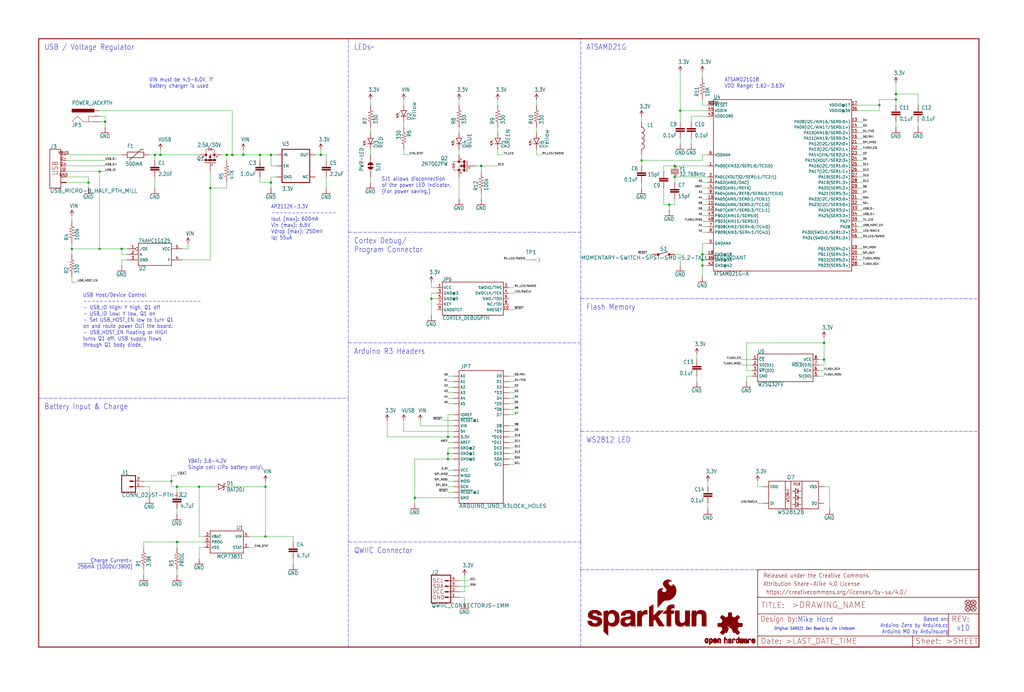
<source format=kicad_sch>
(kicad_sch (version 20211123) (generator eeschema)
  (paper "User" 470.306 317.906)
  (lib_symbols
    (symbol "schematicEagle-eagle-import:0.1UF-25V(+80{slash}-20%)(0603)"
      (property "Reference" "C" (at 1.524 2.921 0))
      (property "Value" "0.1UF-25V(+80{slash}-20%)(0603)" (at 1.524 -2.159 0))
      (symbol "0.1UF-25V(+80{slash}-20%)(0603)_1_0"
        (pin passive line (at 0 5.08 270) (length 2.54) (name "1") (number "1"))
        (pin passive line (at 0 -2.54 90) (length 2.54) (name "2") (number "2"))
      )
    )
    (symbol "schematicEagle-eagle-import:1.0UF-0805-25V-10%"
      (property "Reference" "C" (at 1.524 2.921 0))
      (property "Value" "1.0UF-0805-25V-10%" (at 1.524 -2.159 0))
      (symbol "1.0UF-0805-25V-10%_1_0"
        (pin passive line (at 0 5.08 270) (length 2.54) (name "1") (number "1"))
        (pin passive line (at 0 -2.54 90) (length 2.54) (name "2") (number "2"))
      )
    )
    (symbol "schematicEagle-eagle-import:100KOHM-1{slash}10W-1%(0603)"
      (property "Reference" "R" (at -3.81 1.4986 0))
      (property "Value" "100KOHM-1{slash}10W-1%(0603)" (at -3.81 -3.302 0))
      (symbol "100KOHM-1{slash}10W-1%(0603)_1_0"
        (pin passive line (at -5.08 0 0) (length 2.54) (name "1") (number "1"))
        (pin passive line (at 5.08 0 180) (length 2.54) (name "2") (number "2"))
      )
    )
    (symbol "schematicEagle-eagle-import:10KOHM-1{slash}10W-1%(0603)0603"
      (property "Reference" "R" (at -3.81 1.4986 0))
      (property "Value" "10KOHM-1{slash}10W-1%(0603)0603" (at -3.81 -3.302 0))
      (symbol "10KOHM-1{slash}10W-1%(0603)0603_1_0"
        (pin passive line (at -5.08 0 0) (length 2.54) (name "1") (number "1"))
        (pin passive line (at 5.08 0 180) (length 2.54) (name "2") (number "2"))
      )
    )
    (symbol "schematicEagle-eagle-import:15PF-50V-5%(0603)"
      (property "Reference" "C" (at 1.524 2.921 0))
      (property "Value" "15PF-50V-5%(0603)" (at 1.524 -2.159 0))
      (symbol "15PF-50V-5%(0603)_1_0"
        (pin passive line (at 0 5.08 270) (length 2.54) (name "1") (number "1"))
        (pin passive line (at 0 -2.54 90) (length 2.54) (name "2") (number "2"))
      )
    )
    (symbol "schematicEagle-eagle-import:2.2UF-10V-20%(0603)"
      (property "Reference" "C" (at 1.524 2.921 0))
      (property "Value" "2.2UF-10V-20%(0603)" (at 1.524 -2.159 0))
      (symbol "2.2UF-10V-20%(0603)_1_0"
        (pin passive line (at 0 5.08 270) (length 2.54) (name "1") (number "1"))
        (pin passive line (at 0 -2.54 90) (length 2.54) (name "2") (number "2"))
      )
    )
    (symbol "schematicEagle-eagle-import:2.2UF50V10%(1206)"
      (property "Reference" "C" (at 1.524 2.921 0))
      (property "Value" "2.2UF50V10%(1206)" (at 1.524 -2.159 0))
      (symbol "2.2UF50V10%(1206)_1_0"
        (pin passive line (at 0 5.08 270) (length 2.54) (name "1") (number "1"))
        (pin passive line (at 0 -2.54 90) (length 2.54) (name "2") (number "2"))
      )
    )
    (symbol "schematicEagle-eagle-import:3.3V" (power)
      (property "Value" "3.3V" (at -1.016 3.556 0))
      (symbol "3.3V_1_0"
        (pin power_in line (at 0 0 90) (length 2.54) (name "3.3V") (number "1"))
      )
    )
    (symbol "schematicEagle-eagle-import:3.9KOHM1{slash}10W1%(0603)"
      (property "Reference" "R" (at -3.81 1.4986 0))
      (property "Value" "3.9KOHM1{slash}10W1%(0603)" (at -3.81 -3.302 0))
      (symbol "3.9KOHM1{slash}10W1%(0603)_1_0"
        (pin passive line (at -5.08 0 0) (length 2.54) (name "1") (number "1"))
        (pin passive line (at 5.08 0 180) (length 2.54) (name "2") (number "2"))
      )
    )
    (symbol "schematicEagle-eagle-import:330OHM1{slash}10W1%(0603)"
      (property "Reference" "R" (at -3.81 1.4986 0))
      (property "Value" "330OHM1{slash}10W1%(0603)" (at -3.81 -3.302 0))
      (symbol "330OHM1{slash}10W1%(0603)_1_0"
        (pin passive line (at -5.08 0 0) (length 2.54) (name "1") (number "1"))
        (pin passive line (at 5.08 0 180) (length 2.54) (name "2") (number "2"))
      )
    )
    (symbol "schematicEagle-eagle-import:4.7UF-6.3V-10%(0603)0603"
      (property "Reference" "C" (at 1.524 2.921 0))
      (property "Value" "4.7UF-6.3V-10%(0603)0603" (at 1.524 -2.159 0))
      (symbol "4.7UF-6.3V-10%(0603)0603_1_0"
        (pin passive line (at 0 5.08 270) (length 2.54) (name "1") (number "1"))
        (pin passive line (at 0 -2.54 90) (length 2.54) (name "2") (number "2"))
      )
    )
    (symbol "schematicEagle-eagle-import:47KOHM1{slash}10W1%(0603)"
      (property "Reference" "R" (at -3.81 1.4986 0))
      (property "Value" "47KOHM1{slash}10W1%(0603)" (at -3.81 -3.302 0))
      (symbol "47KOHM1{slash}10W1%(0603)_1_0"
        (pin passive line (at -5.08 0 0) (length 2.54) (name "1") (number "1"))
        (pin passive line (at 5.08 0 180) (length 2.54) (name "2") (number "2"))
      )
    )
    (symbol "schematicEagle-eagle-import:74AHC1G125"
      (property "Reference" "U" (at -7.366 -7.366 0))
      (property "Value" "74AHC1G125" (at -7.62 5.334 0))
      (symbol "74AHC1G125_1_0"
        (pin bidirectional inverted (at -12.7 2.54 0) (length 5.08) (name "/OE") (number "1"))
        (pin bidirectional line (at -12.7 0 0) (length 5.08) (name "A") (number "2"))
        (pin bidirectional line (at -12.7 -2.54 0) (length 5.08) (name "GND") (number "3"))
        (pin bidirectional line (at 12.7 -2.54 180) (length 5.08) (name "Y") (number "4"))
        (pin bidirectional line (at 12.7 2.54 180) (length 5.08) (name "VCC") (number "5"))
      )
    )
    (symbol "schematicEagle-eagle-import:ARDUINO_UNO_R3LOCK_HOLES"
      (property "Reference" "B" (at -9.652 31.242 0))
      (property "Value" "ARDUINO_UNO_R3LOCK_HOLES" (at -10.16 -30.734 0))
      (symbol "ARDUINO_UNO_R3LOCK_HOLES_1_0"
        (pin bidirectional line (at -12.7 0 0) (length 2.54) (name "3.3V") (number "3.3V"))
        (pin bidirectional line (at -12.7 2.54 0) (length 2.54) (name "5V") (number "5V"))
        (pin bidirectional line (at -12.7 27.94 0) (length 2.54) (name "A0") (number "A0"))
        (pin bidirectional line (at -12.7 25.4 0) (length 2.54) (name "A1") (number "A1"))
        (pin bidirectional line (at -12.7 22.86 0) (length 2.54) (name "A2") (number "A2"))
        (pin bidirectional line (at -12.7 20.32 0) (length 2.54) (name "A3") (number "A3"))
        (pin bidirectional line (at -12.7 17.78 0) (length 2.54) (name "A4") (number "A4"))
        (pin bidirectional line (at -12.7 15.24 0) (length 2.54) (name "A5") (number "A5"))
        (pin bidirectional line (at -12.7 -2.54 0) (length 2.54) (name "AREF") (number "AREF"))
        (pin bidirectional line (at 12.7 27.94 180) (length 2.54) (name "D0") (number "D0"))
        (pin bidirectional line (at 12.7 25.4 180) (length 2.54) (name "D1") (number "D1"))
        (pin bidirectional line (at 12.7 0 180) (length 2.54) (name "*D10") (number "D10"))
        (pin bidirectional line (at 12.7 -2.54 180) (length 2.54) (name "*D11") (number "D11"))
        (pin bidirectional line (at 12.7 -5.08 180) (length 2.54) (name "D12") (number "D12"))
        (pin bidirectional line (at 12.7 -7.62 180) (length 2.54) (name "D13") (number "D13"))
        (pin bidirectional line (at 12.7 22.86 180) (length 2.54) (name "D2") (number "D2"))
        (pin bidirectional line (at 12.7 20.32 180) (length 2.54) (name "*D3") (number "D3"))
        (pin bidirectional line (at 12.7 17.78 180) (length 2.54) (name "D4") (number "D4"))
        (pin bidirectional line (at 12.7 15.24 180) (length 2.54) (name "*D5") (number "D5"))
        (pin bidirectional line (at 12.7 12.7 180) (length 2.54) (name "*D6") (number "D6"))
        (pin bidirectional line (at 12.7 10.16 180) (length 2.54) (name "D7") (number "D7"))
        (pin bidirectional line (at 12.7 5.08 180) (length 2.54) (name "D8") (number "D8"))
        (pin bidirectional line (at 12.7 2.54 180) (length 2.54) (name "*D9") (number "D9"))
        (pin bidirectional line (at -12.7 -27.94 0) (length 2.54) (name "GND") (number "GND@1"))
        (pin bidirectional line (at -12.7 -10.16 0) (length 2.54) (name "GND@0") (number "GND@2"))
        (pin bidirectional line (at -12.7 -7.62 0) (length 2.54) (name "GND@1") (number "GND@3"))
        (pin bidirectional line (at -12.7 -5.08 0) (length 2.54) (name "GND@2") (number "GND@4"))
        (pin bidirectional line (at -12.7 10.16 0) (length 2.54) (name "IOREF") (number "IOREF"))
        (pin bidirectional line (at -12.7 -17.78 0) (length 2.54) (name "MISO") (number "MISO"))
        (pin bidirectional line (at -12.7 -20.32 0) (length 2.54) (name "MOSI") (number "MOSI"))
        (pin bidirectional line (at -12.7 7.62 0) (length 2.54) (name "~{RESET}@1") (number "RESET@1"))
        (pin bidirectional line (at -12.7 -25.4 0) (length 2.54) (name "~{RESET}@2") (number "RESET@2"))
        (pin bidirectional line (at -12.7 -22.86 0) (length 2.54) (name "SCK") (number "SCK"))
        (pin bidirectional line (at 12.7 -12.7 180) (length 2.54) (name "SCL") (number "SCL"))
        (pin bidirectional line (at 12.7 -10.16 180) (length 2.54) (name "SDA") (number "SDA"))
        (pin bidirectional line (at -12.7 -15.24 0) (length 2.54) (name "VCC") (number "VCC"))
        (pin bidirectional line (at -12.7 5.08 0) (length 2.54) (name "VIN") (number "VIN"))
      )
    )
    (symbol "schematicEagle-eagle-import:ATSAMD21G-A"
      (property "Reference" "U" (at -30.48 45.974 0))
      (property "Value" "ATSAMD21G-A" (at -30.48 -33.274 0))
      (symbol "ATSAMD21G-A_1_0"
        (pin bidirectional line (at -33.02 15.24 0) (length 2.54) (name "PA00(XIN32/SER1:0/TC2:0)") (number "1"))
        (pin bidirectional line (at -33.02 0 0) (length 2.54) (name "PA05(AIN5/SER0:1/TC0:1)") (number "10"))
        (pin bidirectional line (at -33.02 -2.54 0) (length 2.54) (name "PA06(AIN6/SER0:2/TC1:0)") (number "11"))
        (pin bidirectional line (at -33.02 -5.08 0) (length 2.54) (name "PA07(AIN7/SER0:3/TC1:1)") (number "12"))
        (pin bidirectional line (at 35.56 35.56 180) (length 2.54) (name "PA08(I2C/AIN16/SER0:0+)") (number "13"))
        (pin bidirectional line (at 35.56 33.02 180) (length 2.54) (name "PA09(I2C/AIN17/SER0:1+)") (number "14"))
        (pin bidirectional line (at 35.56 30.48 180) (length 2.54) (name "PA10(AIN18/SER0:2+)") (number "15"))
        (pin bidirectional line (at 35.56 27.94 180) (length 2.54) (name "PA11(AIN19/SER0:3+)") (number "16"))
        (pin bidirectional line (at 35.56 43.18 180) (length 2.54) (name "VDDIO@17") (number "17"))
        (pin bidirectional line (at -33.02 -25.4 0) (length 2.54) (name "GND@18") (number "18"))
        (pin bidirectional line (at 35.56 -22.86 180) (length 2.54) (name "PB10(SER4:2+)") (number "19"))
        (pin bidirectional line (at -33.02 10.16 0) (length 2.54) (name "PA01(XOUT32/SER1:1/TC2:1)") (number "2"))
        (pin bidirectional line (at 35.56 -25.4 180) (length 2.54) (name "PB11(SER4:3+)") (number "20"))
        (pin bidirectional line (at 35.56 25.4 180) (length 2.54) (name "PA12(I2C/SER2:0+)") (number "21"))
        (pin bidirectional line (at 35.56 22.86 180) (length 2.54) (name "PA13(I2C/SER2:1+)") (number "22"))
        (pin bidirectional line (at 35.56 20.32 180) (length 2.54) (name "PA14(XIN/SER2:2+)") (number "23"))
        (pin bidirectional line (at 35.56 17.78 180) (length 2.54) (name "PA15(XOUT/SER2:3+)") (number "24"))
        (pin bidirectional line (at 35.56 15.24 180) (length 2.54) (name "PA16(I2C/SER1:0+)") (number "25"))
        (pin bidirectional line (at 35.56 12.7 180) (length 2.54) (name "PA17(I2C/SER1:1+)") (number "26"))
        (pin bidirectional line (at 35.56 10.16 180) (length 2.54) (name "PA18(SER1:2+)") (number "27"))
        (pin bidirectional line (at 35.56 7.62 180) (length 2.54) (name "PA19(SER1:3+)") (number "28"))
        (pin bidirectional line (at 35.56 5.08 180) (length 2.54) (name "PA20(SER5:2+)") (number "29"))
        (pin bidirectional line (at -33.02 7.62 0) (length 2.54) (name "PA02(AIN0/DAC)") (number "3"))
        (pin bidirectional line (at 35.56 2.54 180) (length 2.54) (name "PA21(SER5:3+)") (number "30"))
        (pin bidirectional line (at 35.56 0 180) (length 2.54) (name "PA22(I2C/SER3:0+)") (number "31"))
        (pin bidirectional line (at 35.56 -2.54 180) (length 2.54) (name "PA23(I2C/SER3:0+)") (number "32"))
        (pin bidirectional line (at 35.56 -5.08 180) (length 2.54) (name "PA24(SER3:2+)") (number "33"))
        (pin bidirectional line (at 35.56 -7.62 180) (length 2.54) (name "PA25(SER3:3+)") (number "34"))
        (pin bidirectional line (at -33.02 -27.94 0) (length 2.54) (name "GND@35") (number "35"))
        (pin bidirectional line (at 35.56 40.64 180) (length 2.54) (name "VDDIO@36") (number "36"))
        (pin bidirectional line (at 35.56 -27.94 180) (length 2.54) (name "PB22(SER5:2+)") (number "37"))
        (pin bidirectional line (at 35.56 -30.48 180) (length 2.54) (name "PB23(SER5:3+)") (number "38"))
        (pin bidirectional line (at 35.56 -10.16 180) (length 2.54) (name "PA27") (number "39"))
        (pin bidirectional line (at -33.02 5.08 0) (length 2.54) (name "PA03(AIN1/REFA)") (number "4"))
        (pin bidirectional line (at -33.02 43.18 0) (length 2.54) (name "~{RESET}") (number "40"))
        (pin bidirectional line (at 35.56 -12.7 180) (length 2.54) (name "PA28") (number "41"))
        (pin bidirectional line (at -33.02 -30.48 0) (length 2.54) (name "GND@42") (number "42"))
        (pin bidirectional line (at -33.02 38.1 0) (length 2.54) (name "VDDCORE") (number "43"))
        (pin bidirectional line (at -33.02 40.64 0) (length 2.54) (name "VDDIN") (number "44"))
        (pin bidirectional line (at 35.56 -15.24 180) (length 2.54) (name "PA30(SWCLK/SER1:2+)") (number "45"))
        (pin bidirectional line (at 35.56 -17.78 180) (length 2.54) (name "PA31(SWDIO/SER1:3+)") (number "46"))
        (pin bidirectional line (at -33.02 -7.62 0) (length 2.54) (name "PB02(AIN10/SER5:0)") (number "47"))
        (pin bidirectional line (at -33.02 -10.16 0) (length 2.54) (name "PB03(AIN11/SER5:1)") (number "48"))
        (pin bidirectional line (at -33.02 -20.32 0) (length 2.54) (name "GNDANA") (number "5"))
        (pin bidirectional line (at -33.02 20.32 0) (length 2.54) (name "VDDANA") (number "6"))
        (pin bidirectional line (at -33.02 -12.7 0) (length 2.54) (name "PB08(AIN2/SER4:0/TC4:0)") (number "7"))
        (pin bidirectional line (at -33.02 -15.24 0) (length 2.54) (name "PB09(AIN3/SER4:1/TC4:1)") (number "8"))
        (pin bidirectional line (at -33.02 2.54 0) (length 2.54) (name "PA04(AIN4/REFB/SER0:0/TC0:0)") (number "9"))
      )
    )
    (symbol "schematicEagle-eagle-import:CONN_02JST-PTH-2"
      (property "Reference" "J" (at -2.54 5.588 0))
      (property "Value" "CONN_02JST-PTH-2" (at -2.54 -4.826 0))
      (symbol "CONN_02JST-PTH-2_1_0"
        (pin passive line (at 7.62 0 180) (length 5.08) (name "1") (number "1"))
        (pin passive line (at 7.62 2.54 180) (length 5.08) (name "2") (number "2"))
      )
    )
    (symbol "schematicEagle-eagle-import:CORTEX_DEBUGPTH"
      (property "Reference" "JP" (at -12.7 7.874 0))
      (property "Value" "CORTEX_DEBUGPTH" (at -12.7 -7.874 0))
      (symbol "CORTEX_DEBUGPTH_1_0"
        (pin bidirectional line (at -15.24 5.08 0) (length 2.54) (name "VCC") (number "1"))
        (pin bidirectional line (at 17.78 -5.08 180) (length 2.54) (name "NRESET") (number "10"))
        (pin bidirectional line (at 17.78 5.08 180) (length 2.54) (name "SWDIO/TMS") (number "2"))
        (pin bidirectional line (at -15.24 2.54 0) (length 2.54) (name "GND@3") (number "3"))
        (pin bidirectional line (at 17.78 2.54 180) (length 2.54) (name "SWDCLK/TCK") (number "4"))
        (pin bidirectional line (at -15.24 0 0) (length 2.54) (name "GND@5") (number "5"))
        (pin bidirectional line (at 17.78 0 180) (length 2.54) (name "SWO/TDO") (number "6"))
        (pin bidirectional line (at -15.24 -2.54 0) (length 2.54) (name "KEY") (number "7"))
        (pin bidirectional line (at 17.78 -2.54 180) (length 2.54) (name "NC/TDI") (number "8"))
        (pin bidirectional line (at -15.24 -5.08 0) (length 2.54) (name "GNDDTCT") (number "9"))
      )
    )
    (symbol "schematicEagle-eagle-import:CRYSTAL3.2X1.5MM"
      (property "Reference" "Y" (at 2.54 1.016 0))
      (property "Value" "CRYSTAL3.2X1.5MM" (at 2.54 -2.54 0))
      (symbol "CRYSTAL3.2X1.5MM_1_0"
        (text "1" (at -2.159 -1.143 0) (effects (font (size 0.8636 0.734)) (justify left bottom)))
        (text "2" (at 1.524 -1.143 0) (effects (font (size 0.8636 0.734)) (justify left bottom)))
        (pin passive line (at -2.54 0 0) (length 0) (name "1") (number "P$1"))
        (pin passive line (at 2.54 0 180) (length 0) (name "2") (number "P$2"))
      )
    )
    (symbol "schematicEagle-eagle-import:DIODE-SCHOTTKY-BAT20J"
      (property "Reference" "D" (at 2.54 0.4826 0))
      (property "Value" "DIODE-SCHOTTKY-BAT20J" (at 2.54 -2.3114 0))
      (symbol "DIODE-SCHOTTKY-BAT20J_1_0"
        (pin passive line (at -2.54 0 0) (length 0) (name "A") (number "A"))
        (pin passive line (at 2.54 0 180) (length 0) (name "C") (number "C"))
      )
    )
    (symbol "schematicEagle-eagle-import:FIDUCIAL1X2")
    (symbol "schematicEagle-eagle-import:FRAME-LEDGER"
      (symbol "FRAME-LEDGER_2_0"
        (text " https://creativecommons.org/licenses/by-sa/4.0/" (at 2.54 24.13 0) (effects (font (size 1.9304 1.6408)) (justify left bottom)))
        (text ">DRAWING_NAME" (at 15.494 17.78 0) (effects (font (size 2.7432 2.7432)) (justify left bottom)))
        (text ">LAST_DATE_TIME" (at 12.7 1.27 0) (effects (font (size 2.54 2.54)) (justify left bottom)))
        (text ">SHEET" (at 86.36 1.27 0) (effects (font (size 2.54 2.54)) (justify left bottom)))
        (text "Attribution Share-Alike 4.0 License" (at 2.54 27.94 0) (effects (font (size 1.9304 1.6408)) (justify left bottom)))
        (text "Date:" (at 1.27 1.27 0) (effects (font (size 2.54 2.54)) (justify left bottom)))
        (text "Design by:" (at 1.27 11.43 0) (effects (font (size 2.54 2.159)) (justify left bottom)))
        (text "Released under the Creative Commons" (at 2.54 31.75 0) (effects (font (size 1.9304 1.6408)) (justify left bottom)))
        (text "REV:" (at 88.9 11.43 0) (effects (font (size 2.54 2.54)) (justify left bottom)))
        (text "Sheet:" (at 72.39 1.27 0) (effects (font (size 2.54 2.54)) (justify left bottom)))
        (text "TITLE:" (at 1.524 17.78 0) (effects (font (size 2.54 2.54)) (justify left bottom)))
      )
    )
    (symbol "schematicEagle-eagle-import:GND" (power)
      (property "Value" "GND" (at -2.54 -2.54 0))
      (symbol "GND_1_0"
        (pin power_in line (at 0 2.54 270) (length 2.54) (name "GND") (number "1"))
      )
    )
    (symbol "schematicEagle-eagle-import:INDUCTOR0603"
      (property "Reference" "L" (at 2.54 5.08 0))
      (property "Value" "INDUCTOR0603" (at 2.54 -5.08 0))
      (symbol "INDUCTOR0603_1_0"
        (pin passive line (at 0 7.62 270) (length 2.54) (name "1") (number "1"))
        (pin passive line (at 0 -7.62 90) (length 2.54) (name "2") (number "2"))
      )
    )
    (symbol "schematicEagle-eagle-import:JUMPER-PAD-2-NC_BY_TRACENO_SILK"
      (property "Reference" "SJ" (at -2.54 2.54 0))
      (property "Value" "JUMPER-PAD-2-NC_BY_TRACENO_SILK" (at -2.54 -5.08 0))
      (symbol "JUMPER-PAD-2-NC_BY_TRACENO_SILK_1_0"
        (pin passive line (at -5.08 0 0) (length 2.54) (name "1") (number "1"))
        (pin passive line (at 5.08 0 180) (length 2.54) (name "2") (number "2"))
      )
    )
    (symbol "schematicEagle-eagle-import:LED-BLUE0603"
      (property "Reference" "D" (at -3.429 -4.572 90))
      (property "Value" "LED-BLUE0603" (at 1.905 -4.572 90))
      (symbol "LED-BLUE0603_1_0"
        (pin passive line (at 0 2.54 270) (length 2.54) (name "A") (number "A"))
        (pin passive line (at 0 -5.08 90) (length 2.54) (name "C") (number "C"))
      )
    )
    (symbol "schematicEagle-eagle-import:LED-GREEN0603"
      (property "Reference" "D" (at -3.429 -4.572 90))
      (property "Value" "LED-GREEN0603" (at 1.905 -4.572 90))
      (symbol "LED-GREEN0603_1_0"
        (pin passive line (at 0 2.54 270) (length 2.54) (name "A") (number "A"))
        (pin passive line (at 0 -5.08 90) (length 2.54) (name "C") (number "C"))
      )
    )
    (symbol "schematicEagle-eagle-import:LED-RED0603"
      (property "Reference" "D" (at -3.429 -4.572 90))
      (property "Value" "LED-RED0603" (at 1.905 -4.572 90))
      (symbol "LED-RED0603_1_0"
        (pin passive line (at 0 2.54 270) (length 2.54) (name "A") (number "A"))
        (pin passive line (at 0 -5.08 90) (length 2.54) (name "C") (number "C"))
      )
    )
    (symbol "schematicEagle-eagle-import:LED-YELLOW0603"
      (property "Reference" "D" (at -3.429 -4.572 90))
      (property "Value" "LED-YELLOW0603" (at 1.905 -4.572 90))
      (symbol "LED-YELLOW0603_1_0"
        (pin passive line (at 0 2.54 270) (length 2.54) (name "A") (number "A"))
        (pin passive line (at 0 -5.08 90) (length 2.54) (name "C") (number "C"))
      )
    )
    (symbol "schematicEagle-eagle-import:MCP73831"
      (property "Reference" "U" (at -7.62 5.588 0))
      (property "Value" "MCP73831" (at -7.62 -7.62 0))
      (symbol "MCP73831_1_0"
        (pin output line (at -10.16 -2.54 0) (length 2.54) (name "STAT") (number "1"))
        (pin power_in line (at 10.16 -2.54 180) (length 2.54) (name "VSS") (number "2"))
        (pin power_in line (at 10.16 2.54 180) (length 2.54) (name "VBAT") (number "3"))
        (pin power_in line (at -10.16 2.54 0) (length 2.54) (name "VIN") (number "4"))
        (pin input line (at 10.16 0 180) (length 2.54) (name "PROG") (number "5"))
      )
    )
    (symbol "schematicEagle-eagle-import:MOMENTARY-SWITCH-SPST-SMD-5.2-TALL-REDUNDANT"
      (property "Reference" "S" (at 0 1.524 0))
      (property "Value" "MOMENTARY-SWITCH-SPST-SMD-5.2-TALL-REDUNDANT" (at 0 -0.508 0))
      (symbol "MOMENTARY-SWITCH-SPST-SMD-5.2-TALL-REDUNDANT_1_0"
        (pin passive line (at -5.08 0 0) (length 2.54) (name "1") (number "1"))
        (pin passive line (at -5.08 0 0) (length 2.54) (name "1") (number "2"))
        (pin passive line (at 5.08 0 180) (length 2.54) (name "2") (number "3"))
        (pin passive line (at 5.08 0 180) (length 2.54) (name "2") (number "4"))
      )
    )
    (symbol "schematicEagle-eagle-import:MOSFET-NCHANNEL2N7002PW"
      (property "Reference" "Q" (at 5.08 2.54 0))
      (property "Value" "MOSFET-NCHANNEL2N7002PW" (at 5.08 0 0))
      (symbol "MOSFET-NCHANNEL2N7002PW_1_0"
        (text "D" (at -1.27 2.54 0) (effects (font (size 0.8128 0.6908)) (justify left bottom)))
        (text "G" (at -5.08 -1.27 0) (effects (font (size 0.8128 0.6908)) (justify left bottom)))
        (text "S" (at -1.27 -3.556 0) (effects (font (size 0.8128 0.6908)) (justify left bottom)))
        (pin passive line (at -7.62 0 0) (length 2.54) (name "G") (number "1"))
        (pin passive line (at 0 -5.08 90) (length 2.54) (name "S") (number "2"))
        (pin passive line (at 0 5.08 270) (length 2.54) (name "D") (number "3"))
      )
    )
    (symbol "schematicEagle-eagle-import:MOSFET-PCHANNELDMG2307L"
      (property "Reference" "Q" (at 5.08 2.54 0))
      (property "Value" "MOSFET-PCHANNELDMG2307L" (at 5.08 0 0))
      (symbol "MOSFET-PCHANNELDMG2307L_1_0"
        (text "D" (at -1.27 2.54 0) (effects (font (size 0.8128 0.6908)) (justify left bottom)))
        (text "G" (at -5.08 -1.27 0) (effects (font (size 0.8128 0.6908)) (justify left bottom)))
        (text "S" (at -1.27 -3.556 0) (effects (font (size 0.8128 0.6908)) (justify left bottom)))
        (pin passive line (at -7.62 0 0) (length 2.54) (name "G") (number "1"))
        (pin passive line (at 0 -5.08 90) (length 2.54) (name "S") (number "2"))
        (pin passive line (at 0 5.08 270) (length 2.54) (name "D") (number "3"))
      )
    )
    (symbol "schematicEagle-eagle-import:OSHW-LOGOL")
    (symbol "schematicEagle-eagle-import:OSHW-LOGOS")
    (symbol "schematicEagle-eagle-import:POWER_JACKPTH"
      (property "Reference" "JP" (at -10.16 0 0))
      (property "Value" "POWER_JACKPTH" (at -10.16 10.16 0))
      (symbol "POWER_JACKPTH_1_0"
        (pin bidirectional line (at 2.54 2.54 180) (length 2.54) (name "GND") (number "GND"))
        (pin bidirectional line (at 2.54 5.08 180) (length 2.54) (name "GNDBREAK") (number "GNDBREAK"))
        (pin bidirectional line (at 2.54 7.62 180) (length 2.54) (name "PWR") (number "PWR"))
      )
    )
    (symbol "schematicEagle-eagle-import:PTCSMD"
      (property "Reference" "F" (at -2.54 3.048 0))
      (property "Value" "PTCSMD" (at -3.302 -5.08 0))
      (symbol "PTCSMD_1_0"
        (pin bidirectional line (at -5.08 0 0) (length 2.54) (name "1") (number "1"))
        (pin bidirectional line (at 7.62 0 180) (length 2.54) (name "2") (number "2"))
      )
    )
    (symbol "schematicEagle-eagle-import:QWIIC_CONNECTORJS-1MM"
      (property "Reference" "J" (at -5.08 7.874 0))
      (property "Value" "QWIIC_CONNECTORJS-1MM" (at -5.08 -5.334 0))
      (symbol "QWIIC_CONNECTORJS-1MM_1_0"
        (text "GND" (at -4.572 -2.54 0) (effects (font (size 1.778 1.778)) (justify left)))
        (text "SCL" (at -4.572 5.08 0) (effects (font (size 1.778 1.778)) (justify left)))
        (text "SDA" (at -4.572 2.54 0) (effects (font (size 1.778 1.778)) (justify left)))
        (text "VCC" (at -4.572 0 0) (effects (font (size 1.778 1.778)) (justify left)))
        (pin power_in line (at 7.62 -2.54 180) (length 5.08) (name "1") (number "1"))
        (pin power_in line (at 7.62 0 180) (length 5.08) (name "2") (number "2"))
        (pin passive line (at 7.62 2.54 180) (length 5.08) (name "3") (number "3"))
        (pin passive line (at 7.62 5.08 180) (length 5.08) (name "4") (number "4"))
      )
    )
    (symbol "schematicEagle-eagle-import:RESISTORPTH-1{slash}6W"
      (property "Reference" "R" (at -3.81 1.4986 0))
      (property "Value" "RESISTORPTH-1{slash}6W" (at -3.81 -3.302 0))
      (symbol "RESISTORPTH-1{slash}6W_1_0"
        (pin passive line (at -5.08 0 0) (length 2.54) (name "1") (number "1"))
        (pin passive line (at 5.08 0 180) (length 2.54) (name "2") (number "2"))
      )
    )
    (symbol "schematicEagle-eagle-import:SFE_LOGO_NAME_FLAME.2_INCH")
    (symbol "schematicEagle-eagle-import:SFE_LOGO_NAME_FLAME.3_INCH")
    (symbol "schematicEagle-eagle-import:TEST-POINTTP_15TH_THRU"
      (property "Reference" "TP" (at -2.54 2.54 0))
      (property "Value" "TEST-POINTTP_15TH_THRU" (at -2.54 -2.54 0))
      (symbol "TEST-POINTTP_15TH_THRU_1_0"
        (pin bidirectional line (at 0 0 180) (length 0) (name "1") (number "P$1"))
      )
    )
    (symbol "schematicEagle-eagle-import:USB_MICRO-B_HALF_PTH_MILL"
      (property "Reference" "J" (at -2.54 10.414 0))
      (property "Value" "USB_MICRO-B_HALF_PTH_MILL" (at -2.54 -9.906 0))
      (symbol "USB_MICRO-B_HALF_PTH_MILL_1_0"
        (text "USB" (at 0 1.524 900) (effects (font (size 2.54 2.159))))
        (pin bidirectional line (at 5.08 2.54 180) (length 2.54) (name "D+") (number "D+"))
        (pin bidirectional line (at 5.08 5.08 180) (length 2.54) (name "D-") (number "D-"))
        (pin power_in line (at 5.08 -2.54 180) (length 2.54) (name "GND") (number "GND"))
        (pin bidirectional line (at 5.08 0 180) (length 2.54) (name "ID") (number "ID"))
        (pin bidirectional line (at 5.08 -5.08 180) (length 2.54) (name "SHIELD") (number "SHIELD"))
        (pin bidirectional line (at 5.08 -5.08 180) (length 2.54) (name "SHIELD") (number "SHIELD10"))
        (pin bidirectional line (at 5.08 -5.08 180) (length 2.54) (name "SHIELD") (number "SHIELD2"))
        (pin bidirectional line (at 5.08 -5.08 180) (length 2.54) (name "SHIELD") (number "SHIELD3"))
        (pin bidirectional line (at 5.08 -5.08 180) (length 2.54) (name "SHIELD") (number "SHIELD4"))
        (pin bidirectional line (at 5.08 -5.08 180) (length 2.54) (name "SHIELD") (number "SHIELD5"))
        (pin bidirectional line (at 5.08 -5.08 180) (length 2.54) (name "SHIELD") (number "SHIELD6"))
        (pin bidirectional line (at 5.08 -5.08 180) (length 2.54) (name "SHIELD") (number "SHIELD7"))
        (pin bidirectional line (at 5.08 -5.08 180) (length 2.54) (name "SHIELD") (number "SHIELD8"))
        (pin bidirectional line (at 5.08 -5.08 180) (length 2.54) (name "SHIELD") (number "SHIELD9"))
        (pin power_in line (at 5.08 7.62 180) (length 2.54) (name "VBUS") (number "VBUS"))
      )
    )
    (symbol "schematicEagle-eagle-import:VIN" (power)
      (property "Value" "VIN" (at -1.016 3.556 0))
      (symbol "VIN_1_0"
        (pin power_in line (at 0 0 90) (length 2.54) (name "VIN") (number "1"))
      )
    )
    (symbol "schematicEagle-eagle-import:VUSB" (power)
      (property "Value" "VUSB" (at -1.016 3.556 0))
      (symbol "VUSB_1_0"
        (pin power_in line (at 0 0 90) (length 2.54) (name "VUSB") (number "1"))
      )
    )
    (symbol "schematicEagle-eagle-import:V_REG_AP2112K-3.3V"
      (property "Reference" "U" (at -7.62 9.144 0))
      (property "Value" "V_REG_AP2112K-3.3V" (at -7.62 -11.43 0))
      (symbol "V_REG_AP2112K-3.3V_1_0"
        (pin input line (at -10.16 5.08 0) (length 2.54) (name "IN") (number "1"))
        (pin input line (at -10.16 -5.08 0) (length 2.54) (name "GND") (number "2"))
        (pin input line (at -10.16 0 0) (length 2.54) (name "EN") (number "3"))
        (pin input line (at 7.62 -5.08 180) (length 2.54) (name "NC") (number "4"))
        (pin passive line (at 7.62 5.08 180) (length 2.54) (name "OUT") (number "5"))
      )
    )
    (symbol "schematicEagle-eagle-import:W25Q32FVSS"
      (property "Reference" "U" (at -12.7 5.334 0))
      (property "Value" "W25Q32FVSS" (at -12.7 -7.874 0))
      (symbol "W25Q32FVSS_1_0"
        (pin bidirectional line (at -15.24 2.54 0) (length 2.54) (name "~{CS}") (number "1"))
        (pin bidirectional line (at -15.24 0 0) (length 2.54) (name "SO(D1)") (number "2"))
        (pin bidirectional line (at -15.24 -2.54 0) (length 2.54) (name "~{WP}(D2)") (number "3"))
        (pin bidirectional line (at -15.24 -5.08 0) (length 2.54) (name "GND") (number "4"))
        (pin bidirectional line (at 15.24 -5.08 180) (length 2.54) (name "SI(D0)") (number "5"))
        (pin bidirectional line (at 15.24 -2.54 180) (length 2.54) (name "SCK") (number "6"))
        (pin bidirectional line (at 15.24 0 180) (length 2.54) (name "~{HOLD}(D3)") (number "7"))
        (pin bidirectional line (at 15.24 2.54 180) (length 2.54) (name "VCC") (number "8"))
      )
    )
    (symbol "schematicEagle-eagle-import:WS2812B"
      (property "Reference" "D" (at -2.54 8.382 0))
      (property "Value" "WS2812B" (at -2.54 -7.62 0))
      (symbol "WS2812B_1_0"
        (text "RGB" (at -1.524 5.5118 0) (effects (font (size 1.27 1.0795)) (justify left bottom)))
        (text "WS28x1" (at -3.175 -2.159 900) (effects (font (size 1.27 1.0795)) (justify left bottom)))
        (pin bidirectional line (at -15.24 5.08 0) (length 2.54) (name "VDD") (number "1"))
        (pin bidirectional line (at 12.7 -2.54 180) (length 2.54) (name "DO") (number "2"))
        (pin bidirectional line (at 12.7 5.08 180) (length 2.54) (name "VSS") (number "3"))
        (pin bidirectional line (at -15.24 -2.54 0) (length 2.54) (name "DI") (number "4"))
      )
    )
  )
  (junction (at 147.32 71.12))
  (junction (at 322.58 121.92))
  (junction (at 81.28 223.52))
  (junction (at 121.92 246.38))
  (junction (at 121.92 223.52))
  (junction (at 111.76 71.12))
  (junction (at 309.88 76.2))
  (junction (at 378.46 165.1))
  (junction (at 322.58 116.84))
  (junction (at 119.38 71.12))
  (junction (at 71.12 71.12))
  (junction (at 124.46 71.12))
  (junction (at 307.34 93.98))
  (junction (at 312.42 50.8))
  (junction (at 81.28 248.92))
  (junction (at 104.14 71.12))
  (junction (at 45.72 78.74))
  (junction (at 96.52 86.36))
  (junction (at 78.74 220.98))
  (junction (at 198.12 137.16))
  (junction (at 45.72 114.3))
  (junction (at 55.88 114.3))
  (junction (at 411.48 43.18))
  (junction (at 378.46 157.48))
  (junction (at 411.48 45.72))
  (junction (at 106.68 71.12))
  (junction (at 48.26 55.88))
  (junction (at 73.66 71.12))
  (junction (at 124.46 83.82))
  (junction (at 190.5 228.6))
  (junction (at 33.02 114.3))
  (junction (at 294.64 73.66))
  (junction (at 205.74 208.28))
  (junction (at 403.86 48.26))
  (junction (at 91.44 223.52))
  (junction (at 205.74 200.66))
  (junction (at 309.88 81.28))
  (junction (at 40.64 83.82))
  (junction (at 322.58 119.38))
  (junction (at 205.74 210.82))
  (junction (at 220.98 76.2))
  (wire (pts (xy 134.62 259.08) (xy 134.62 256.54)))
  (wire (pts (xy 170.18 58.42) (xy 170.18 60.96)))
  (wire (pts (xy 91.44 251.46) (xy 91.44 256.54)))
  (polyline (pts (xy 266.7 137.16) (xy 266.7 17.78)))
  (polyline (pts (xy 160.02 182.88) (xy 160.02 157.48)))
  (wire (pts (xy 91.44 223.52) (xy 91.44 246.38)))
  (wire (pts (xy 220.98 91.44) (xy 220.98 88.9)))
  (wire (pts (xy 30.48 83.82) (xy 40.64 83.82)))
  (wire (pts (xy 309.88 81.28) (xy 325.12 81.28)))
  (wire (pts (xy 119.38 71.12) (xy 124.46 71.12)))
  (wire (pts (xy 403.86 50.8) (xy 403.86 48.26)))
  (wire (pts (xy 66.04 264.16) (xy 66.04 261.62)))
  (wire (pts (xy 213.36 274.32) (xy 213.36 276.86)))
  (wire (pts (xy 208.28 203.2) (xy 205.74 203.2)))
  (polyline (pts (xy 266.7 248.92) (xy 266.7 198.12)))
  (wire (pts (xy 81.28 226.06) (xy 81.28 223.52)))
  (wire (pts (xy 81.28 248.92) (xy 81.28 251.46)))
  (wire (pts (xy 177.8 200.66) (xy 177.8 193.04)))
  (polyline (pts (xy 160.02 157.48) (xy 266.7 157.48)))
  (wire (pts (xy 312.42 50.8) (xy 312.42 55.88)))
  (wire (pts (xy 393.7 76.2) (xy 396.24 76.2)))
  (wire (pts (xy 96.52 86.36) (xy 96.52 78.74)))
  (wire (pts (xy 193.04 195.58) (xy 193.04 193.04)))
  (wire (pts (xy 48.26 55.88) (xy 48.26 58.42)))
  (wire (pts (xy 220.98 76.2) (xy 228.6 76.2)))
  (wire (pts (xy 205.74 208.28) (xy 205.74 205.74)))
  (wire (pts (xy 325.12 48.26) (xy 322.58 48.26)))
  (wire (pts (xy 40.64 81.28) (xy 40.64 83.82)))
  (wire (pts (xy 309.88 76.2) (xy 304.8 76.2)))
  (wire (pts (xy 393.7 106.68) (xy 396.24 106.68)))
  (wire (pts (xy 81.28 223.52) (xy 91.44 223.52)))
  (wire (pts (xy 83.82 114.3) (xy 86.36 114.3)))
  (wire (pts (xy 30.48 76.2) (xy 48.26 76.2)))
  (wire (pts (xy 322.58 71.12) (xy 322.58 73.66)))
  (wire (pts (xy 393.7 101.6) (xy 396.24 101.6)))
  (wire (pts (xy 185.42 58.42) (xy 185.42 55.88)))
  (wire (pts (xy 325.12 88.9) (xy 322.58 88.9)))
  (wire (pts (xy 208.28 210.82) (xy 205.74 210.82)))
  (wire (pts (xy 124.46 81.28) (xy 124.46 83.82)))
  (wire (pts (xy 228.6 58.42) (xy 228.6 60.96)))
  (wire (pts (xy 309.88 83.82) (xy 309.88 81.28)))
  (wire (pts (xy 294.64 55.88) (xy 294.64 53.34)))
  (wire (pts (xy 233.68 180.34) (xy 236.22 180.34)))
  (wire (pts (xy 393.7 116.84) (xy 396.24 116.84)))
  (wire (pts (xy 210.82 271.78) (xy 213.36 271.78)))
  (wire (pts (xy 322.58 121.92) (xy 322.58 127)))
  (wire (pts (xy 40.64 83.82) (xy 40.64 86.36)))
  (wire (pts (xy 325.12 93.98) (xy 322.58 93.98)))
  (wire (pts (xy 45.72 114.3) (xy 33.02 114.3)))
  (wire (pts (xy 393.7 114.3) (xy 396.24 114.3)))
  (wire (pts (xy 208.28 182.88) (xy 205.74 182.88)))
  (wire (pts (xy 411.48 45.72) (xy 411.48 43.18)))
  (wire (pts (xy 218.44 76.2) (xy 220.98 76.2)))
  (wire (pts (xy 149.86 71.12) (xy 149.86 73.66)))
  (wire (pts (xy 246.38 45.72) (xy 246.38 48.26)))
  (polyline (pts (xy 160.02 106.68) (xy 160.02 17.78)))
  (wire (pts (xy 91.44 246.38) (xy 93.98 246.38)))
  (wire (pts (xy 322.58 48.26) (xy 322.58 45.72)))
  (wire (pts (xy 104.14 83.82) (xy 104.14 86.36)))
  (wire (pts (xy 317.5 53.34) (xy 317.5 55.88)))
  (wire (pts (xy 124.46 71.12) (xy 127 71.12)))
  (wire (pts (xy 106.68 71.12) (xy 111.76 71.12)))
  (wire (pts (xy 294.64 73.66) (xy 294.64 71.12)))
  (wire (pts (xy 309.88 91.44) (xy 309.88 93.98)))
  (wire (pts (xy 347.98 223.52) (xy 350.52 223.52)))
  (wire (pts (xy 233.68 175.26) (xy 236.22 175.26)))
  (wire (pts (xy 350.52 231.14) (xy 347.98 231.14)))
  (wire (pts (xy 170.18 71.12) (xy 170.18 68.58)))
  (wire (pts (xy 325.12 116.84) (xy 322.58 116.84)))
  (wire (pts (xy 233.68 187.96) (xy 236.22 187.96)))
  (wire (pts (xy 208.28 208.28) (xy 205.74 208.28)))
  (wire (pts (xy 325.12 111.76) (xy 322.58 111.76)))
  (polyline (pts (xy 266.7 198.12) (xy 266.7 137.16)))
  (polyline (pts (xy 266.7 261.62) (xy 347.98 261.62)))
  (wire (pts (xy 121.92 220.98) (xy 121.92 223.52)))
  (wire (pts (xy 33.02 114.3) (xy 33.02 116.84)))
  (wire (pts (xy 210.82 91.44) (xy 210.82 81.28)))
  (wire (pts (xy 233.68 200.66) (xy 236.22 200.66)))
  (wire (pts (xy 342.9 170.18) (xy 342.9 157.48)))
  (wire (pts (xy 81.28 248.92) (xy 93.98 248.92)))
  (wire (pts (xy 246.38 71.12) (xy 248.92 71.12)))
  (wire (pts (xy 378.46 165.1) (xy 375.92 165.1)))
  (polyline (pts (xy 266.7 297.18) (xy 266.7 261.62)))
  (wire (pts (xy 393.7 119.38) (xy 396.24 119.38)))
  (polyline (pts (xy 160.02 248.92) (xy 160.02 182.88)))
  (wire (pts (xy 185.42 71.12) (xy 187.96 71.12)))
  (wire (pts (xy 325.12 96.52) (xy 322.58 96.52)))
  (wire (pts (xy 325.12 50.8) (xy 312.42 50.8)))
  (wire (pts (xy 104.14 71.12) (xy 106.68 71.12)))
  (wire (pts (xy 393.7 96.52) (xy 396.24 96.52)))
  (wire (pts (xy 58.42 114.3) (xy 55.88 114.3)))
  (wire (pts (xy 124.46 76.2) (xy 124.46 71.12)))
  (wire (pts (xy 68.58 71.12) (xy 71.12 71.12)))
  (wire (pts (xy 317.5 63.5) (xy 317.5 66.04)))
  (wire (pts (xy 325.12 119.38) (xy 322.58 119.38)))
  (wire (pts (xy 200.66 132.08) (xy 198.12 132.08)))
  (wire (pts (xy 208.28 193.04) (xy 203.2 193.04)))
  (wire (pts (xy 393.7 48.26) (xy 403.86 48.26)))
  (wire (pts (xy 210.82 269.24) (xy 215.9 269.24)))
  (wire (pts (xy 325.12 233.68) (xy 325.12 231.14)))
  (wire (pts (xy 312.42 121.92) (xy 312.42 116.84)))
  (wire (pts (xy 233.68 185.42) (xy 236.22 185.42)))
  (wire (pts (xy 83.82 119.38) (xy 96.52 119.38)))
  (wire (pts (xy 304.8 86.36) (xy 304.8 93.98)))
  (wire (pts (xy 393.7 68.58) (xy 396.24 68.58)))
  (wire (pts (xy 345.44 167.64) (xy 340.36 167.64)))
  (wire (pts (xy 307.34 93.98) (xy 307.34 96.52)))
  (wire (pts (xy 55.88 119.38) (xy 55.88 121.92)))
  (wire (pts (xy 325.12 53.34) (xy 317.5 53.34)))
  (wire (pts (xy 325.12 99.06) (xy 322.58 99.06)))
  (wire (pts (xy 114.3 246.38) (xy 121.92 246.38)))
  (wire (pts (xy 312.42 50.8) (xy 312.42 33.02)))
  (wire (pts (xy 403.86 45.72) (xy 411.48 45.72)))
  (wire (pts (xy 246.38 58.42) (xy 246.38 60.96)))
  (wire (pts (xy 393.7 93.98) (xy 396.24 93.98)))
  (polyline (pts (xy 266.7 198.12) (xy 449.58 198.12)))
  (wire (pts (xy 104.14 223.52) (xy 121.92 223.52)))
  (wire (pts (xy 393.7 73.66) (xy 396.24 73.66)))
  (wire (pts (xy 33.02 99.06) (xy 33.02 101.6)))
  (wire (pts (xy 381 223.52) (xy 381 233.68)))
  (wire (pts (xy 73.66 71.12) (xy 91.44 71.12)))
  (wire (pts (xy 149.86 86.36) (xy 149.86 81.28)))
  (wire (pts (xy 96.52 119.38) (xy 96.52 86.36)))
  (wire (pts (xy 208.28 175.26) (xy 205.74 175.26)))
  (wire (pts (xy 210.82 274.32) (xy 213.36 274.32)))
  (wire (pts (xy 45.72 78.74) (xy 30.48 78.74)))
  (wire (pts (xy 246.38 68.58) (xy 246.38 71.12)))
  (wire (pts (xy 393.7 91.44) (xy 396.24 91.44)))
  (wire (pts (xy 30.48 81.28) (xy 40.64 81.28)))
  (wire (pts (xy 375.92 172.72) (xy 378.46 172.72)))
  (polyline (pts (xy 266.7 137.16) (xy 449.58 137.16)))
  (wire (pts (xy 78.74 218.44) (xy 78.74 220.98)))
  (wire (pts (xy 30.48 73.66) (xy 48.26 73.66)))
  (wire (pts (xy 325.12 83.82) (xy 322.58 83.82)))
  (wire (pts (xy 33.02 129.54) (xy 35.56 129.54)))
  (wire (pts (xy 299.72 116.84) (xy 297.18 116.84)))
  (wire (pts (xy 228.6 71.12) (xy 231.14 71.12)))
  (wire (pts (xy 325.12 91.44) (xy 322.58 91.44)))
  (wire (pts (xy 190.5 210.82) (xy 190.5 228.6)))
  (wire (pts (xy 210.82 71.12) (xy 210.82 68.58)))
  (polyline (pts (xy 160.02 248.92) (xy 266.7 248.92)))
  (wire (pts (xy 66.04 223.52) (xy 68.58 223.52)))
  (wire (pts (xy 393.7 109.22) (xy 396.24 109.22)))
  (wire (pts (xy 393.7 121.92) (xy 396.24 121.92)))
  (wire (pts (xy 411.48 43.18) (xy 411.48 38.1)))
  (wire (pts (xy 393.7 58.42) (xy 396.24 58.42)))
  (wire (pts (xy 198.12 137.16) (xy 198.12 144.78)))
  (wire (pts (xy 208.28 205.74) (xy 205.74 205.74)))
  (wire (pts (xy 375.92 167.64) (xy 378.46 167.64)))
  (wire (pts (xy 233.68 208.28) (xy 236.22 208.28)))
  (wire (pts (xy 233.68 177.8) (xy 236.22 177.8)))
  (wire (pts (xy 33.02 127) (xy 33.02 129.54)))
  (wire (pts (xy 114.3 251.46) (xy 116.84 251.46)))
  (wire (pts (xy 208.28 226.06) (xy 205.74 226.06)))
  (wire (pts (xy 185.42 68.58) (xy 185.42 71.12)))
  (wire (pts (xy 243.84 119.38) (xy 241.3 119.38)))
  (wire (pts (xy 208.28 200.66) (xy 205.74 200.66)))
  (wire (pts (xy 325.12 76.2) (xy 309.88 76.2)))
  (wire (pts (xy 233.68 134.62) (xy 236.22 134.62)))
  (wire (pts (xy 411.48 45.72) (xy 411.48 48.26)))
  (wire (pts (xy 378.46 157.48) (xy 378.46 165.1)))
  (wire (pts (xy 322.58 119.38) (xy 322.58 121.92)))
  (wire (pts (xy 421.64 43.18) (xy 421.64 48.26)))
  (wire (pts (xy 228.6 68.58) (xy 228.6 71.12)))
  (wire (pts (xy 198.12 132.08) (xy 198.12 129.54)))
  (wire (pts (xy 33.02 114.3) (xy 33.02 111.76)))
  (wire (pts (xy 198.12 134.62) (xy 198.12 137.16)))
  (wire (pts (xy 393.7 88.9) (xy 396.24 88.9)))
  (wire (pts (xy 134.62 246.38) (xy 134.62 248.92)))
  (wire (pts (xy 375.92 170.18) (xy 378.46 170.18)))
  (wire (pts (xy 66.04 248.92) (xy 66.04 251.46)))
  (wire (pts (xy 233.68 210.82) (xy 236.22 210.82)))
  (wire (pts (xy 393.7 55.88) (xy 396.24 55.88)))
  (wire (pts (xy 68.58 223.52) (xy 68.58 228.6)))
  (wire (pts (xy 294.64 76.2) (xy 294.64 73.66)))
  (wire (pts (xy 393.7 83.82) (xy 396.24 83.82)))
  (wire (pts (xy 210.82 58.42) (xy 210.82 60.96)))
  (polyline (pts (xy 160.02 297.18) (xy 160.02 248.92)))
  (wire (pts (xy 55.88 116.84) (xy 55.88 114.3)))
  (wire (pts (xy 345.44 170.18) (xy 342.9 170.18)))
  (wire (pts (xy 58.42 116.84) (xy 55.88 116.84)))
  (wire (pts (xy 403.86 48.26) (xy 403.86 45.72)))
  (wire (pts (xy 208.28 223.52) (xy 205.74 223.52)))
  (wire (pts (xy 233.68 205.74) (xy 236.22 205.74)))
  (wire (pts (xy 411.48 43.18) (xy 421.64 43.18)))
  (wire (pts (xy 325.12 106.68) (xy 322.58 106.68)))
  (wire (pts (xy 78.74 220.98) (xy 78.74 223.52)))
  (wire (pts (xy 312.42 66.04) (xy 312.42 63.5)))
  (wire (pts (xy 55.88 114.3) (xy 45.72 114.3)))
  (wire (pts (xy 124.46 83.82) (xy 124.46 86.36)))
  (wire (pts (xy 233.68 195.58) (xy 236.22 195.58)))
  (wire (pts (xy 393.7 99.06) (xy 396.24 99.06)))
  (wire (pts (xy 393.7 50.8) (xy 403.86 50.8)))
  (wire (pts (xy 342.9 175.26) (xy 342.9 172.72)))
  (wire (pts (xy 325.12 104.14) (xy 322.58 104.14)))
  (wire (pts (xy 233.68 213.36) (xy 236.22 213.36)))
  (wire (pts (xy 208.28 215.9) (xy 205.74 215.9)))
  (wire (pts (xy 320.04 175.26) (xy 320.04 172.72)))
  (wire (pts (xy 127 81.28) (xy 124.46 81.28)))
  (wire (pts (xy 208.28 228.6) (xy 190.5 228.6)))
  (wire (pts (xy 111.76 71.12) (xy 111.76 68.58)))
  (wire (pts (xy 71.12 73.66) (xy 71.12 71.12)))
  (wire (pts (xy 147.32 71.12) (xy 147.32 68.58)))
  (wire (pts (xy 119.38 81.28) (xy 119.38 83.82)))
  (wire (pts (xy 378.46 154.94) (xy 378.46 157.48)))
  (wire (pts (xy 233.68 190.5) (xy 236.22 190.5)))
  (wire (pts (xy 119.38 83.82) (xy 124.46 83.82)))
  (wire (pts (xy 312.42 116.84) (xy 309.88 116.84)))
  (wire (pts (xy 378.46 223.52) (xy 381 223.52)))
  (wire (pts (xy 325.12 223.52) (xy 325.12 220.98)))
  (wire (pts (xy 213.36 271.78) (xy 213.36 264.16)))
  (wire (pts (xy 45.72 78.74) (xy 48.26 78.74)))
  (wire (pts (xy 81.28 264.16) (xy 81.28 261.62)))
  (wire (pts (xy 73.66 71.12) (xy 73.66 68.58)))
  (wire (pts (xy 233.68 182.88) (xy 236.22 182.88)))
  (wire (pts (xy 205.74 190.5) (xy 205.74 200.66)))
  (wire (pts (xy 45.72 55.88) (xy 48.26 55.88)))
  (wire (pts (xy 309.88 93.98) (xy 307.34 93.98)))
  (wire (pts (xy 233.68 132.08) (xy 236.22 132.08)))
  (wire (pts (xy 347.98 220.98) (xy 347.98 223.52)))
  (polyline (pts (xy 160.02 106.68) (xy 266.7 106.68)))
  (wire (pts (xy 104.14 86.36) (xy 96.52 86.36)))
  (wire (pts (xy 233.68 142.24) (xy 236.22 142.24)))
  (wire (pts (xy 342.9 172.72) (xy 345.44 172.72)))
  (wire (pts (xy 345.44 165.1) (xy 340.36 165.1)))
  (wire (pts (xy 322.58 33.02) (xy 322.58 35.56)))
  (wire (pts (xy 208.28 220.98) (xy 205.74 220.98)))
  (wire (pts (xy 393.7 81.28) (xy 396.24 81.28)))
  (wire (pts (xy 220.98 78.74) (xy 220.98 76.2)))
  (wire (pts (xy 48.26 53.34) (xy 48.26 55.88)))
  (wire (pts (xy 45.72 53.34) (xy 48.26 53.34)))
  (wire (pts (xy 393.7 86.36) (xy 396.24 86.36)))
  (wire (pts (xy 208.28 177.8) (xy 205.74 177.8)))
  (wire (pts (xy 393.7 104.14) (xy 396.24 104.14)))
  (wire (pts (xy 127 76.2) (xy 124.46 76.2)))
  (wire (pts (xy 320.04 165.1) (xy 320.04 162.56)))
  (wire (pts (xy 78.74 218.44) (xy 81.28 218.44)))
  (wire (pts (xy 228.6 45.72) (xy 228.6 48.26)))
  (wire (pts (xy 93.98 251.46) (xy 91.44 251.46)))
  (wire (pts (xy 111.76 71.12) (xy 119.38 71.12)))
  (wire (pts (xy 58.42 119.38) (xy 55.88 119.38)))
  (wire (pts (xy 411.48 58.42) (xy 411.48 55.88)))
  (wire (pts (xy 170.18 45.72) (xy 170.18 48.26)))
  (wire (pts (xy 66.04 220.98) (xy 78.74 220.98)))
  (wire (pts (xy 104.14 71.12) (xy 104.14 73.66)))
  (wire (pts (xy 208.28 180.34) (xy 205.74 180.34)))
  (wire (pts (xy 325.12 121.92) (xy 322.58 121.92)))
  (wire (pts (xy 325.12 86.36) (xy 322.58 86.36)))
  (wire (pts (xy 147.32 71.12) (xy 149.86 71.12)))
  (wire (pts (xy 119.38 73.66) (xy 119.38 71.12)))
  (wire (pts (xy 421.64 58.42) (xy 421.64 55.88)))
  (wire (pts (xy 233.68 203.2) (xy 236.22 203.2)))
  (wire (pts (xy 393.7 71.12) (xy 396.24 71.12)))
  (wire (pts (xy 233.68 198.12) (xy 236.22 198.12)))
  (wire (pts (xy 304.8 76.2) (xy 304.8 78.74)))
  (wire (pts (xy 101.6 71.12) (xy 104.14 71.12)))
  (wire (pts (xy 342.9 157.48) (xy 378.46 157.48)))
  (polyline (pts (xy 17.78 182.88) (xy 160.02 182.88)))
  (wire (pts (xy 393.7 60.96) (xy 396.24 60.96)))
  (wire (pts (xy 325.12 71.12) (xy 322.58 71.12)))
  (wire (pts (xy 322.58 73.66) (xy 294.64 73.66)))
  (wire (pts (xy 71.12 71.12) (xy 73.66 71.12)))
  (wire (pts (xy 322.58 111.76) (xy 322.58 116.84)))
  (wire (pts (xy 208.28 172.72) (xy 205.74 172.72)))
  (wire (pts (xy 55.88 71.12) (xy 30.48 71.12)))
  (wire (pts (xy 208.28 190.5) (xy 205.74 190.5)))
  (wire (pts (xy 190.5 228.6) (xy 190.5 231.14)))
  (wire (pts (xy 170.18 81.28) (xy 170.18 83.82)))
  (wire (pts (xy 208.28 198.12) (xy 185.42 198.12)))
  (wire (pts (xy 81.28 233.68) (xy 81.28 236.22)))
  (wire (pts (xy 78.74 223.52) (xy 81.28 223.52)))
  (wire (pts (xy 233.68 172.72) (xy 236.22 172.72)))
  (wire (pts (xy 86.36 114.3) (xy 86.36 111.76)))
  (wire (pts (xy 185.42 198.12) (xy 185.42 193.04)))
  (wire (pts (xy 121.92 246.38) (xy 134.62 246.38)))
  (wire (pts (xy 205.74 200.66) (xy 177.8 200.66)))
  (wire (pts (xy 99.06 223.52) (xy 91.44 223.52)))
  (wire (pts (xy 304.8 93.98) (xy 307.34 93.98)))
  (wire (pts (xy 200.66 134.62) (xy 198.12 134.62)))
  (wire (pts (xy 144.78 71.12) (xy 147.32 71.12)))
  (wire (pts (xy 393.7 78.74) (xy 396.24 78.74)))
  (wire (pts (xy 325.12 101.6) (xy 322.58 101.6)))
  (wire (pts (xy 190.5 210.82) (xy 205.74 210.82)))
  (wire (pts (xy 121.92 223.52) (xy 121.92 246.38)))
  (wire (pts (xy 45.72 50.8) (xy 106.68 50.8)))
  (wire (pts (xy 208.28 195.58) (xy 193.04 195.58)))
  (wire (pts (xy 66.04 248.92) (xy 81.28 248.92)))
  (wire (pts (xy 393.7 63.5) (xy 396.24 63.5)))
  (wire (pts (xy 393.7 66.04) (xy 396.24 66.04)))
  (wire (pts (xy 106.68 50.8) (xy 106.68 71.12)))
  (wire (pts (xy 205.74 210.82) (xy 205.74 208.28)))
  (wire (pts (xy 45.72 114.3) (xy 45.72 78.74)))
  (wire (pts (xy 210.82 45.72) (xy 210.82 48.26)))
  (wire (pts (xy 208.28 185.42) (xy 205.74 185.42)))
  (wire (pts (xy 208.28 218.44) (xy 205.74 218.44)))
  (wire (pts (xy 71.12 86.36) (xy 71.12 81.28)))
  (wire (pts (xy 322.58 116.84) (xy 322.58 119.38)))
  (polyline (pts (xy 266.7 261.62) (xy 266.7 248.92)))
  (wire (pts (xy 200.66 137.16) (xy 198.12 137.16)))
  (wire (pts (xy 294.64 86.36) (xy 294.64 83.82)))
  (wire (pts (xy 378.46 167.64) (xy 378.46 165.1)))
  (wire (pts (xy 185.42 48.26) (xy 185.42 45.72)))
  (polyline (pts (xy 160.02 157.48) (xy 160.02 106.68)))
  (wire (pts (xy 210.82 266.7) (xy 215.9 266.7)))
  (text "Battery Input & Charge" (at 20.32 185.42 180) (effects (font (size 2.54 2.159)) (justify left top)))
  (text "USB Host/Device Control\n-----------------------------\n- USB_ID High: Y high, Q1 off\n- USB_ID Low: Y low, Q1 on\n- Set USB_HOST_EN low to turn Q1\non and route power OUT the board.\n- USB_HOST_EN floating or HIGH\nturns Q1 off. USB supply flows\nthrough Q1 body diode." (at 38.1 134.62 0) (effects (font (size 1.778 1.5113)) (justify left top)))
  (text "LEDs~~{}" (at 162.56 20.32 180) (effects (font (size 2.54 2.159)) (justify left top)))
  (text "USB / Voltage Regulator" (at 20.32 20.32 180) (effects (font (size 2.54 2.159)) (justify left top)))
  (text "Charge Current=\n~{256mA} (1000V/3900)" (at 60.96 256.54 180) (effects (font (size 1.778 1.5113)) (justify right top)))
  (text "Based on:\nArduino Zero by Arduino.cc\nArduino M0 by Arduino.org" (at 435.61 283.464 0) (effects (font (size 1.778 1.5113)) (justify right top)))
  (text "AP2112K-3.3V\n----------------\nIout (max): 600mA\nVin (max): 6.5V\nVdrop (max): 250mV\nIq: 55uA" (at 124.46 93.98 0) (effects (font (size 1.778 1.5113)) (justify left top)))
  (text "ATSAMD21G" (at 269.24 20.32 180) (effects (font (size 2.54 2.159)) (justify left top)))
  (text "SJ1 allows disconnection\nof the power LED indicator.\n(For power saving.)" (at 175.26 81.28 0) (effects (font (size 1.778 1.5113)) (justify left top)))
  (text "WS2812 LED" (at 269.24 200.66 180) (effects (font (size 2.54 2.159)) (justify left top)))
  (text "VIN must be 4.5-6.0V, if\nbattery charger is used" (at 68.58 40.64 180) (effects (font (size 1.778 1.5113)) (justify left bottom)))
  (text "Flash Memory" (at 269.24 139.7 180) (effects (font (size 2.54 2.159)) (justify left top)))
  (text "v10" (at 439.42 287.02 180) (effects (font (size 2.54 2.159)) (justify left top)))
  (text "QWIIC Connector" (at 162.56 251.46 180) (effects (font (size 2.54 2.159)) (justify left top)))
  (text "Arduino R3 Headers" (at 162.56 160.02 180) (effects (font (size 2.54 2.159)) (justify left top)))
  (text "Mike Hord" (at 366.268 283.21 180) (effects (font (size 2.54 2.159)) (justify left top)))
  (text "Cortex Debug/\nProgram Connector" (at 162.56 109.22 180) (effects (font (size 2.54 2.159)) (justify left top)))
  (text "VBAT: 3.6-4.2V\nSingle cell LiPo battery only\\~{}" (at 86.36 213.36 180) (effects (font (size 1.778 1.5113)) (justify left)))
  (text "ATSAMD21G18\nVDD Range: 1.62-3.63V" (at 332.74 40.64 180) (effects (font (size 1.778 1.5113)) (justify left bottom)))
  (text "Original SAMD21 Dev Board by Jim Lindblom" (at 355.6 289.56 180) (effects (font (size 1.27 1.0795)) (justify left bottom)))
  (label "~{RESET}" (at 205.74 226.06 180) (effects (font (size 0.889 0.889))))
  (label "D4" (at 236.22 182.88 0) (effects (font (size 0.889 0.889))))
  (label "A1" (at 205.74 175.26 180) (effects (font (size 0.889 0.889))))
  (label "FLASH_MISO" (at 340.36 167.64 180) (effects (font (size 0.889 0.889))))
  (label "SCL" (at 236.22 213.36 0) (effects (font (size 0.889 0.889))))
  (label "D11" (at 236.22 203.2 0) (effects (font (size 0.889 0.889))))
  (label "SCL" (at 396.24 93.98 0) (effects (font (size 0.889 0.889))))
  (label "LED/SWCLK" (at 347.98 231.14 180) (effects (font (size 0.889 0.889))))
  (label "SPI_SCK" (at 396.24 116.84 0) (effects (font (size 0.889 0.889))))
  (label "D13" (at 236.22 208.28 0) (effects (font (size 0.889 0.889))))
  (label "A4" (at 205.74 182.88 180) (effects (font (size 0.889 0.889))))
  (label "CHG_STAT" (at 187.96 71.12 0) (effects (font (size 0.889 0.889))))
  (label "D13" (at 228.6 76.2 0) (effects (font (size 0.889 0.889))))
  (label "D8" (at 322.58 93.98 180) (effects (font (size 0.889 0.889))))
  (label "D8" (at 236.22 195.58 0) (effects (font (size 0.889 0.889))))
  (label "FLASH_SCK" (at 378.46 170.18 0) (effects (font (size 0.889 0.889))))
  (label "A3" (at 322.58 88.9 180) (effects (font (size 0.889 0.889))))
  (label "D10" (at 396.24 81.28 0) (effects (font (size 0.889 0.889))))
  (label "~{RESET}" (at 325.12 48.26 0) (effects (font (size 1.016 1.016))))
  (label "D0/RXI" (at 396.24 63.5 0) (effects (font (size 0.889 0.889))))
  (label "D6" (at 396.24 86.36 0) (effects (font (size 0.889 0.889))))
  (label "A0" (at 322.58 83.82 180) (effects (font (size 0.889 0.889))))
  (label "AREF" (at 205.74 203.2 180) (effects (font (size 0.889 0.889))))
  (label "SPI_SCK" (at 205.74 223.52 180) (effects (font (size 0.889 0.889))))
  (label "SDA" (at 236.22 210.82 0) (effects (font (size 0.889 0.889))))
  (label "SDA" (at 215.9 269.24 0) (effects (font (size 0.889 0.889))))
  (label "USB_D+" (at 396.24 99.06 0) (effects (font (size 0.889 0.889))))
  (label "D3" (at 396.24 58.42 0) (effects (font (size 0.889 0.889))))
  (label "FLASH_SCK" (at 396.24 121.92 0) (effects (font (size 0.889 0.889))))
  (label "SPI_MOSI" (at 205.74 220.98 180) (effects (font (size 0.889 0.889))))
  (label "A1" (at 322.58 104.14 180) (effects (font (size 0.889 0.889))))
  (label "D2" (at 236.22 177.8 0) (effects (font (size 0.889 0.889))))
  (label "D7" (at 396.24 88.9 0) (effects (font (size 0.889 0.889))))
  (label "SDA" (at 396.24 91.44 0) (effects (font (size 0.889 0.889))))
  (label "RX_LED/SWDIO" (at 241.3 119.38 180) (effects (font (size 0.889 0.889))))
  (label "AREF" (at 322.58 86.36 180) (effects (font (size 0.889 0.889))))
  (label "A2" (at 205.74 177.8 180) (effects (font (size 0.889 0.889))))
  (label "A3" (at 205.74 180.34 180) (effects (font (size 0.889 0.889))))
  (label "D1/TXO" (at 396.24 60.96 0) (effects (font (size 0.889 0.889))))
  (label "FLASH_CS" (at 340.36 165.1 180) (effects (font (size 0.889 0.889))))
  (label "SPI_MISO" (at 396.24 66.04 0) (effects (font (size 0.889 0.889))))
  (label "USB_D-" (at 396.24 96.52 0) (effects (font (size 0.889 0.889))))
  (label "SPI_MOSI" (at 396.24 114.3 0) (effects (font (size 0.889 0.889))))
  (label "FLASH_CS" (at 396.24 68.58 0) (effects (font (size 0.889 0.889))))
  (label "VBAT" (at 81.28 218.44 0) (effects (font (size 1.2446 1.2446))))
  (label "RX_LED/SWDIO" (at 396.24 109.22 0) (effects (font (size 0.889 0.889))))
  (label "D9" (at 236.22 198.12 0) (effects (font (size 0.889 0.889))))
  (label "USB_HOST_EN" (at 396.24 104.14 0) (effects (font (size 0.889 0.889))))
  (label "FLASH_MISO" (at 322.58 101.6 180) (effects (font (size 0.889 0.889))))
  (label "USB_D-" (at 48.26 73.66 0) (effects (font (size 0.889 0.889))))
  (label "USB_HOST_EN" (at 35.56 129.54 0) (effects (font (size 0.889 0.889))))
  (label "FLASH_MOSI" (at 378.46 172.72 0) (effects (font (size 0.889 0.889))))
  (label "A5" (at 322.58 99.06 180) (effects (font (size 0.889 0.889))))
  (label "D1/TXO" (at 236.22 175.26 0) (effects (font (size 0.889 0.889))))
  (label "A0" (at 205.74 172.72 180) (effects (font (size 0.889 0.889))))
  (label "D9" (at 322.58 96.52 180) (effects (font (size 0.889 0.889))))
  (label "D5" (at 396.24 73.66 0) (effects (font (size 0.889 0.889))))
  (label "A4" (at 322.58 91.44 180) (effects (font (size 0.889 0.889))))
  (label "RX_LED/SWDIO" (at 236.22 132.08 0) (effects (font (size 0.889 0.889))))
  (label "D7" (at 236.22 190.5 0) (effects (font (size 0.889 0.889))))
  (label "~{RESET}" (at 236.22 142.24 0) (effects (font (size 0.889 0.889))))
  (label "D5" (at 236.22 185.42 0) (effects (font (size 0.889 0.889))))
  (label "FLASH_MOSI" (at 396.24 119.38 0) (effects (font (size 0.889 0.889))))
  (label "CHG_STAT" (at 116.84 251.46 0) (effects (font (size 0.889 0.889))))
  (label "D0/RXI" (at 236.22 172.72 0) (effects (font (size 0.889 0.889))))
  (label "TX_LED" (at 231.14 71.12 0) (effects (font (size 0.889 0.889))))
  (label "D12" (at 236.22 205.74 0) (effects (font (size 0.889 0.889))))
  (label "USB_D+" (at 48.26 76.2 0) (effects (font (size 0.889 0.889))))
  (label "D6" (at 236.22 187.96 0) (effects (font (size 0.889 0.889))))
  (label "LED/SWCLK" (at 396.24 106.68 0) (effects (font (size 0.889 0.889))))
  (label "A2" (at 322.58 106.68 180) (effects (font (size 0.889 0.889))))
  (label "A5" (at 205.74 185.42 180) (effects (font (size 0.889 0.889))))
  (label "D4" (at 396.24 55.88 0) (effects (font (size 0.889 0.889))))
  (label "~{RESET}" (at 203.2 193.04 180) (effects (font (size 0.889 0.889))))
  (label "D2" (at 396.24 71.12 0) (effects (font (size 0.889 0.889))))
  (label "TX_LED" (at 396.24 101.6 0) (effects (font (size 0.889 0.889))))
  (label "~{RESET}" (at 297.18 116.84 180) (effects (font (size 0.889 0.889))))
  (label "D10" (at 236.22 200.66 0) (effects (font (size 0.889 0.889))))
  (label "USB_ID" (at 48.26 78.74 0) (effects (font (size 0.889 0.889))))
  (label "D3" (at 236.22 180.34 0) (effects (font (size 0.889 0.889))))
  (label "SCL" (at 215.9 266.7 0) (effects (font (size 0.889 0.889))))
  (label "D12" (at 396.24 83.82 0) (effects (font (size 0.889 0.889))))
  (label "D11" (at 396.24 76.2 0) (effects (font (size 0.889 0.889))))
  (label "RX_LED/SWDIO" (at 248.92 71.12 0) (effects (font (size 0.889 0.889))))
  (label "3.3V" (at 205.74 215.9 180) (effects (font (size 0.889 0.889))))
  (label "D13" (at 396.24 78.74 0) (effects (font (size 0.889 0.889))))
  (label "LED/SWCLK" (at 236.22 134.62 0) (effects (font (size 0.889 0.889))))
  (label "SPI_MISO" (at 205.74 218.44 180) (effects (font (size 0.889 0.889))))
  (symbol (lib_id "schematicEagle-eagle-import:GND") (at 294.64 88.9 0) (unit 1)
    (property "Reference" "#GND19" (effects hide))
    (property "Value" "GND" (at 292.1 91.44 0) (effects (font (size 1.778 1.5113)) (justify left bottom)))
    (property "Footprint" "schematicEagle:" (effects hide))
  )
  (symbol (lib_id "schematicEagle-eagle-import:GND") (at 134.62 261.62 0) (unit 1)
    (property "Reference" "#GND12" (effects hide))
    (property "Value" "GND" (at 132.08 264.16 0) (effects (font (size 1.778 1.5113)) (justify left bottom)))
    (property "Footprint" "schematicEagle:" (effects hide))
  )
  (symbol (lib_id "schematicEagle-eagle-import:0.1UF-25V(+80{slash}-20%)(0603)") (at 294.64 81.28 0) (mirror y) (unit 1)
    (property "Reference" "C6" (at 293.116 78.359 0) (effects (font (size 1.778 1.5113)) (justify left bottom)))
    (property "Value" "0.1uF" (at 293.116 83.439 0) (effects (font (size 1.778 1.5113)) (justify left bottom)))
    (property "Footprint" "schematicEagle:0603-CAP" (effects hide))
  )
  (symbol (lib_id "schematicEagle-eagle-import:GND") (at 317.5 68.58 0) (unit 1)
    (property "Reference" "#GND23" (effects hide))
    (property "Value" "GND" (at 314.96 71.12 0) (effects (font (size 1.778 1.5113)) (justify left bottom)))
    (property "Footprint" "schematicEagle:" (effects hide))
  )
  (symbol (lib_id "schematicEagle-eagle-import:TEST-POINTTP_15TH_THRU") (at 243.84 119.38 0) (unit 1)
    (property "Reference" "TP1" (at 241.3 116.84 0) (effects (font (size 1.778 1.778)) (justify left bottom)))
    (property "Value" "TEST-POINTTP_15TH_THRU" (effects hide))
    (property "Footprint" "schematicEagle:TP_15TH" (effects hide))
  )
  (symbol (lib_id "schematicEagle-eagle-import:330OHM1{slash}10W1%(0603)") (at 170.18 53.34 90) (unit 1)
    (property "Reference" "R7" (at 168.6814 57.15 0) (effects (font (size 1.778 1.5113)) (justify left bottom)))
    (property "Value" "330" (at 173.482 57.15 0) (effects (font (size 1.778 1.5113)) (justify left bottom)))
    (property "Footprint" "schematicEagle:0603-RES" (effects hide))
  )
  (symbol (lib_id "schematicEagle-eagle-import:LED-YELLOW0603") (at 185.42 50.8 0) (unit 1)
    (property "Reference" "D2" (at 188.976 55.372 90) (effects (font (size 1.778 1.778)) (justify left bottom)))
    (property "Value" "Yellow" (at 191.135 55.372 90) (effects (font (size 1.778 1.778)) (justify left bottom)))
    (property "Footprint" "schematicEagle:LED-0603" (effects hide))
  )
  (symbol (lib_id "schematicEagle-eagle-import:GND") (at 68.58 231.14 0) (unit 1)
    (property "Reference" "#GND6" (effects hide))
    (property "Value" "GND" (at 66.04 233.68 0) (effects (font (size 1.778 1.5113)) (justify left bottom)))
    (property "Footprint" "schematicEagle:" (effects hide))
  )
  (symbol (lib_id "schematicEagle-eagle-import:VIN") (at 86.36 111.76 0) (unit 1)
    (property "Reference" "#SUPPLY4" (effects hide))
    (property "Value" "VIN" (at 85.344 108.204 0) (effects (font (size 1.778 1.5113)) (justify left bottom)))
    (property "Footprint" "schematicEagle:" (effects hide))
  )
  (symbol (lib_id "schematicEagle-eagle-import:GND") (at 190.5 233.68 0) (unit 1)
    (property "Reference" "#GND18" (effects hide))
    (property "Value" "GND" (at 187.96 236.22 0) (effects (font (size 1.778 1.5113)) (justify left bottom)))
    (property "Footprint" "schematicEagle:" (effects hide))
  )
  (symbol (lib_id "schematicEagle-eagle-import:0.1UF-25V(+80{slash}-20%)(0603)") (at 411.48 53.34 0) (unit 1)
    (property "Reference" "C11" (at 413.004 50.419 0) (effects (font (size 1.778 1.5113)) (justify left bottom)))
    (property "Value" "0.1uF" (at 413.004 55.499 0) (effects (font (size 1.778 1.5113)) (justify left bottom)))
    (property "Footprint" "schematicEagle:0603-CAP" (effects hide))
  )
  (symbol (lib_id "schematicEagle-eagle-import:3.3V") (at 210.82 45.72 0) (unit 1)
    (property "Reference" "#SUPPLY9" (effects hide))
    (property "Value" "3.3V" (at 209.804 42.164 0) (effects (font (size 1.778 1.5113)) (justify left bottom)))
    (property "Footprint" "schematicEagle:" (effects hide))
  )
  (symbol (lib_id "schematicEagle-eagle-import:74AHC1G125") (at 71.12 116.84 0) (unit 1)
    (property "Reference" "U2" (at 63.754 124.206 0) (effects (font (size 1.778 1.5113)) (justify left bottom)))
    (property "Value" "74AHC1G125" (at 63.5 111.506 0) (effects (font (size 1.778 1.5113)) (justify left bottom)))
    (property "Footprint" "schematicEagle:SOT23-5" (effects hide))
  )
  (symbol (lib_id "schematicEagle-eagle-import:GND") (at 312.42 124.46 0) (unit 1)
    (property "Reference" "#GND22" (effects hide))
    (property "Value" "GND" (at 309.88 127 0) (effects (font (size 1.778 1.5113)) (justify left bottom)))
    (property "Footprint" "schematicEagle:" (effects hide))
  )
  (symbol (lib_id "schematicEagle-eagle-import:ATSAMD21G-A") (at 358.14 91.44 0) (unit 1)
    (property "Reference" "U4" (at 327.66 45.466 0) (effects (font (size 1.778 1.5113)) (justify left bottom)))
    (property "Value" "ATSAMD21G-A" (at 327.66 124.714 0) (effects (font (size 1.778 1.5113)) (justify left top)))
    (property "Footprint" "schematicEagle:TQFP-48" (effects hide))
  )
  (symbol (lib_id "schematicEagle-eagle-import:3.3V") (at 228.6 45.72 0) (unit 1)
    (property "Reference" "#SUPPLY10" (effects hide))
    (property "Value" "3.3V" (at 227.584 42.164 0) (effects (font (size 1.778 1.5113)) (justify left bottom)))
    (property "Footprint" "schematicEagle:" (effects hide))
  )
  (symbol (lib_id "schematicEagle-eagle-import:CONN_02JST-PTH-2") (at 58.42 223.52 0) (unit 1)
    (property "Reference" "J1" (at 55.88 217.932 0) (effects (font (size 1.778 1.778)) (justify left bottom)))
    (property "Value" "CONN_02JST-PTH-2" (at 55.88 228.346 0) (effects (font (size 1.778 1.778)) (justify left bottom)))
    (property "Footprint" "schematicEagle:JST-2-PTH" (effects hide))
  )
  (symbol (lib_id "schematicEagle-eagle-import:1.0UF-0805-25V-10%") (at 119.38 78.74 0) (mirror y) (unit 1)
    (property "Reference" "C3" (at 117.856 75.819 0) (effects (font (size 1.778 1.778)) (justify left bottom)))
    (property "Value" "1.0uF" (at 117.856 80.899 0) (effects (font (size 1.778 1.778)) (justify left bottom)))
    (property "Footprint" "schematicEagle:0805" (effects hide))
  )
  (symbol (lib_id "schematicEagle-eagle-import:4.7UF-6.3V-10%(0603)0603") (at 134.62 254 0) (unit 1)
    (property "Reference" "C4" (at 136.144 251.079 0) (effects (font (size 1.778 1.5113)) (justify left bottom)))
    (property "Value" "4.7uF" (at 136.144 256.159 0) (effects (font (size 1.778 1.5113)) (justify left bottom)))
    (property "Footprint" "schematicEagle:0603-CAP" (effects hide))
  )
  (symbol (lib_id "schematicEagle-eagle-import:3.3V") (at 320.04 162.56 0) (unit 1)
    (property "Reference" "#SUPPLY21" (effects hide))
    (property "Value" "3.3V" (at 319.024 159.004 0) (effects (font (size 1.778 1.5113)) (justify left bottom)))
    (property "Footprint" "schematicEagle:" (effects hide))
  )
  (symbol (lib_id "schematicEagle-eagle-import:GND") (at 213.36 279.4 0) (unit 1)
    (property "Reference" "#GND2" (effects hide))
    (property "Value" "GND" (at 210.82 281.94 0) (effects (font (size 1.778 1.5113)) (justify left bottom)))
    (property "Footprint" "schematicEagle:" (effects hide))
  )
  (symbol (lib_id "schematicEagle-eagle-import:GND") (at 421.64 60.96 0) (unit 1)
    (property "Reference" "#GND26" (effects hide))
    (property "Value" "GND" (at 419.1 63.5 0) (effects (font (size 1.778 1.5113)) (justify left bottom)))
    (property "Footprint" "schematicEagle:" (effects hide))
  )
  (symbol (lib_id "schematicEagle-eagle-import:USB_MICRO-B_HALF_PTH_MILL") (at 25.4 78.74 0) (unit 1)
    (property "Reference" "J3" (at 22.86 68.326 0) (effects (font (size 1.778 1.778)) (justify left bottom)))
    (property "Value" "USB_MICRO-B_HALF_PTH_MILL" (at 22.86 88.646 0) (effects (font (size 1.778 1.778)) (justify left bottom)))
    (property "Footprint" "schematicEagle:USB-MICROB-PTH-MILL" (effects hide))
  )
  (symbol (lib_id "schematicEagle-eagle-import:MOMENTARY-SWITCH-SPST-SMD-5.2-TALL-REDUNDANT") (at 304.8 116.84 0) (unit 1)
    (property "Reference" "S1" (at 304.8 115.316 0) (effects (font (size 1.778 1.778)) (justify bottom)))
    (property "Value" "MOMENTARY-SWITCH-SPST-SMD-5.2-TALL-REDUNDANT" (at 304.8 117.348 0) (effects (font (size 1.778 1.778)) (justify top)))
    (property "Footprint" "schematicEagle:TACTILE_SWITCH_SMD_5.2MM" (effects hide))
  )
  (symbol (lib_id "schematicEagle-eagle-import:FIDUCIAL1X2") (at 447.04 279.4 0) (unit 1)
    (property "Reference" "FID2" (effects hide))
    (property "Value" "FIDUCIAL1X2" (effects hide))
    (property "Footprint" "schematicEagle:FIDUCIAL-1X2" (effects hide))
  )
  (symbol (lib_id "schematicEagle-eagle-import:47KOHM1{slash}10W1%(0603)") (at 104.14 78.74 90) (unit 1)
    (property "Reference" "R5" (at 102.6414 82.55 0) (effects (font (size 1.778 1.5113)) (justify left bottom)))
    (property "Value" "47K" (at 107.442 82.55 0) (effects (font (size 1.778 1.5113)) (justify left bottom)))
    (property "Footprint" "schematicEagle:0603-RES" (effects hide))
  )
  (symbol (lib_id "schematicEagle-eagle-import:VUSB") (at 73.66 68.58 0) (unit 1)
    (property "Reference" "#SUPPLY1" (effects hide))
    (property "Value" "VUSB" (at 72.644 65.024 0) (effects (font (size 1.778 1.5113)) (justify left bottom)))
    (property "Footprint" "schematicEagle:" (effects hide))
  )
  (symbol (lib_id "schematicEagle-eagle-import:3.3V") (at 312.42 33.02 0) (unit 1)
    (property "Reference" "#SUPPLY13" (effects hide))
    (property "Value" "3.3V" (at 311.404 29.464 0) (effects (font (size 1.778 1.5113)) (justify left bottom)))
    (property "Footprint" "schematicEagle:" (effects hide))
  )
  (symbol (lib_id "schematicEagle-eagle-import:GND") (at 91.44 259.08 0) (unit 1)
    (property "Reference" "#GND10" (effects hide))
    (property "Value" "GND" (at 88.9 261.62 0) (effects (font (size 1.778 1.5113)) (justify left bottom)))
    (property "Footprint" "schematicEagle:" (effects hide))
  )
  (symbol (lib_id "schematicEagle-eagle-import:GND") (at 149.86 88.9 0) (unit 1)
    (property "Reference" "#GND13" (effects hide))
    (property "Value" "GND" (at 147.32 91.44 0) (effects (font (size 1.778 1.5113)) (justify left bottom)))
    (property "Footprint" "schematicEagle:" (effects hide))
  )
  (symbol (lib_id "schematicEagle-eagle-import:CORTEX_DEBUGPTH") (at 215.9 137.16 0) (unit 1)
    (property "Reference" "JP6" (at 203.2 129.286 0) (effects (font (size 1.778 1.5113)) (justify left bottom)))
    (property "Value" "CORTEX_DEBUGPTH" (at 203.2 145.034 0) (effects (font (size 1.778 1.5113)) (justify left top)))
    (property "Footprint" "schematicEagle:2X5-PTH-1.27MM" (effects hide))
  )
  (symbol (lib_id "schematicEagle-eagle-import:3.3V") (at 177.8 193.04 0) (unit 1)
    (property "Reference" "#SUPPLY5" (effects hide))
    (property "Value" "3.3V" (at 176.784 189.484 0) (effects (font (size 1.778 1.5113)) (justify left bottom)))
    (property "Footprint" "schematicEagle:" (effects hide))
  )
  (symbol (lib_id "schematicEagle-eagle-import:VIN") (at 33.02 99.06 0) (unit 1)
    (property "Reference" "#SUPPLY2" (effects hide))
    (property "Value" "VIN" (at 32.004 95.504 0) (effects (font (size 1.778 1.5113)) (justify left bottom)))
    (property "Footprint" "schematicEagle:" (effects hide))
  )
  (symbol (lib_id "schematicEagle-eagle-import:GND") (at 66.04 266.7 0) (unit 1)
    (property "Reference" "#GND4" (effects hide))
    (property "Value" "GND" (at 63.5 269.24 0) (effects (font (size 1.778 1.5113)) (justify left bottom)))
    (property "Footprint" "schematicEagle:" (effects hide))
  )
  (symbol (lib_id "schematicEagle-eagle-import:MCP73831") (at 104.14 248.92 0) (mirror y) (unit 1)
    (property "Reference" "U1" (at 111.76 243.332 0) (effects (font (size 1.778 1.5113)) (justify left bottom)))
    (property "Value" "MCP73831" (at 111.76 256.54 0) (effects (font (size 1.778 1.5113)) (justify left bottom)))
    (property "Footprint" "schematicEagle:SOT23-5" (effects hide))
  )
  (symbol (lib_id "schematicEagle-eagle-import:SFE_LOGO_NAME_FLAME.3_INCH") (at 269.24 292.1 0) (unit 1)
    (property "Reference" "LOGO2" (effects hide))
    (property "Value" "SFE_LOGO_NAME_FLAME.3_INCH" (effects hide))
    (property "Footprint" "schematicEagle:SFE_LOGO_NAME_FLAME_.3" (effects hide))
  )
  (symbol (lib_id "schematicEagle-eagle-import:CRYSTAL3.2X1.5MM") (at 309.88 78.74 90) (unit 1)
    (property "Reference" "Y1" (at 311.912 78.486 90) (effects (font (size 1.778 1.5113)) (justify right top)))
    (property "Value" "32.768kHz" (at 311.912 78.994 90) (effects (font (size 1.778 1.5113)) (justify right bottom)))
    (property "Footprint" "schematicEagle:CRYSTAL-SMD-3.2X1.5MM" (effects hide))
  )
  (symbol (lib_id "schematicEagle-eagle-import:GND") (at 170.18 86.36 0) (unit 1)
    (property "Reference" "#GND14" (effects hide))
    (property "Value" "GND" (at 167.64 88.9 0) (effects (font (size 1.778 1.5113)) (justify left bottom)))
    (property "Footprint" "schematicEagle:" (effects hide))
  )
  (symbol (lib_id "schematicEagle-eagle-import:3.3V") (at 213.36 264.16 0) (unit 1)
    (property "Reference" "#SUPPLY24" (effects hide))
    (property "Value" "3.3V" (at 212.344 260.604 0) (effects (font (size 1.778 1.5113)) (justify left bottom)))
    (property "Footprint" "schematicEagle:" (effects hide))
  )
  (symbol (lib_id "schematicEagle-eagle-import:15PF-50V-5%(0603)") (at 304.8 81.28 180) (unit 1)
    (property "Reference" "C9" (at 303.276 84.201 0) (effects (font (size 1.778 1.5113)) (justify left bottom)))
    (property "Value" "15pF" (at 303.276 79.121 0) (effects (font (size 1.778 1.5113)) (justify left bottom)))
    (property "Footprint" "schematicEagle:0603-CAP" (effects hide))
  )
  (symbol (lib_id "schematicEagle-eagle-import:GND") (at 48.26 60.96 0) (unit 1)
    (property "Reference" "#GND3" (effects hide))
    (property "Value" "GND" (at 45.72 63.5 0) (effects (font (size 1.778 1.5113)) (justify left bottom)))
    (property "Footprint" "schematicEagle:" (effects hide))
  )
  (symbol (lib_id "schematicEagle-eagle-import:FIDUCIAL1X2") (at 444.5 276.86 0) (unit 1)
    (property "Reference" "FID3" (effects hide))
    (property "Value" "FIDUCIAL1X2" (effects hide))
    (property "Footprint" "schematicEagle:FIDUCIAL-1X2" (effects hide))
  )
  (symbol (lib_id "schematicEagle-eagle-import:VIN") (at 111.76 68.58 0) (unit 1)
    (property "Reference" "#SUPPLY18" (effects hide))
    (property "Value" "VIN" (at 110.744 65.024 0) (effects (font (size 1.778 1.5113)) (justify left bottom)))
    (property "Footprint" "schematicEagle:" (effects hide))
  )
  (symbol (lib_id "schematicEagle-eagle-import:VUSB") (at 185.42 193.04 0) (unit 1)
    (property "Reference" "#SUPPLY3" (effects hide))
    (property "Value" "VUSB" (at 184.404 189.484 0) (effects (font (size 1.778 1.5113)) (justify left bottom)))
    (property "Footprint" "schematicEagle:" (effects hide))
  )
  (symbol (lib_id "schematicEagle-eagle-import:2.2UF-10V-20%(0603)") (at 149.86 78.74 0) (unit 1)
    (property "Reference" "C5" (at 151.384 75.819 0) (effects (font (size 1.778 1.5113)) (justify left bottom)))
    (property "Value" "2.2uF" (at 151.384 80.899 0) (effects (font (size 1.778 1.5113)) (justify left bottom)))
    (property "Footprint" "schematicEagle:0603-CAP" (effects hide))
  )
  (symbol (lib_id "schematicEagle-eagle-import:OSHW-LOGOL") (at 335.28 287.02 0) (unit 1)
    (property "Reference" "LOGO4" (effects hide))
    (property "Value" "OSHW-LOGOL" (effects hide))
    (property "Footprint" "schematicEagle:OSHW-LOGO-L" (effects hide))
  )
  (symbol (lib_id "schematicEagle-eagle-import:GND") (at 71.12 88.9 0) (unit 1)
    (property "Reference" "#GND5" (effects hide))
    (property "Value" "GND" (at 68.58 91.44 0) (effects (font (size 1.778 1.5113)) (justify left bottom)))
    (property "Footprint" "schematicEagle:" (effects hide))
  )
  (symbol (lib_id "schematicEagle-eagle-import:GND") (at 220.98 93.98 0) (unit 1)
    (property "Reference" "#GND27" (effects hide))
    (property "Value" "GND" (at 218.44 96.52 0) (effects (font (size 1.778 1.5113)) (justify left bottom)))
    (property "Footprint" "schematicEagle:" (effects hide))
  )
  (symbol (lib_id "schematicEagle-eagle-import:POWER_JACKPTH") (at 43.18 58.42 0) (unit 1)
    (property "Reference" "JP3" (at 33.02 58.42 0) (effects (font (size 1.778 1.5113)) (justify left bottom)))
    (property "Value" "POWER_JACKPTH" (at 33.02 48.26 0) (effects (font (size 1.778 1.5113)) (justify left bottom)))
    (property "Footprint" "schematicEagle:POWER_JACK_PTH" (effects hide))
  )
  (symbol (lib_id "schematicEagle-eagle-import:3.3V") (at 347.98 220.98 0) (unit 1)
    (property "Reference" "#SUPPLY23" (effects hide))
    (property "Value" "3.3V" (at 346.964 217.424 0) (effects (font (size 1.778 1.5113)) (justify left bottom)))
    (property "Footprint" "schematicEagle:" (effects hide))
  )
  (symbol (lib_id "schematicEagle-eagle-import:VIN") (at 185.42 45.72 0) (unit 1)
    (property "Reference" "#SUPPLY19" (effects hide))
    (property "Value" "VIN" (at 184.404 42.164 0) (effects (font (size 1.778 1.5113)) (justify left bottom)))
    (property "Footprint" "schematicEagle:" (effects hide))
  )
  (symbol (lib_id "schematicEagle-eagle-import:330OHM1{slash}10W1%(0603)") (at 33.02 121.92 90) (unit 1)
    (property "Reference" "R2" (at 31.5214 125.73 0) (effects (font (size 1.778 1.5113)) (justify left bottom)))
    (property "Value" "330" (at 36.322 125.73 0) (effects (font (size 1.778 1.5113)) (justify left bottom)))
    (property "Footprint" "schematicEagle:0603-RES" (effects hide))
  )
  (symbol (lib_id "schematicEagle-eagle-import:GND") (at 381 236.22 0) (unit 1)
    (property "Reference" "#GND31" (effects hide))
    (property "Value" "GND" (at 378.46 238.76 0) (effects (font (size 1.778 1.5113)) (justify left bottom)))
    (property "Footprint" "schematicEagle:" (effects hide))
  )
  (symbol (lib_id "schematicEagle-eagle-import:3.3V") (at 294.64 53.34 0) (unit 1)
    (property "Reference" "#SUPPLY12" (effects hide))
    (property "Value" "3.3V" (at 293.624 49.784 0) (effects (font (size 1.778 1.5113)) (justify left bottom)))
    (property "Footprint" "schematicEagle:" (effects hide))
  )
  (symbol (lib_id "schematicEagle-eagle-import:GND") (at 322.58 129.54 0) (unit 1)
    (property "Reference" "#GND24" (effects hide))
    (property "Value" "GND" (at 320.04 132.08 0) (effects (font (size 1.778 1.5113)) (justify left bottom)))
    (property "Footprint" "schematicEagle:" (effects hide))
  )
  (symbol (lib_id "schematicEagle-eagle-import:FIDUCIAL1X2") (at 447.04 276.86 0) (unit 1)
    (property "Reference" "FID1" (effects hide))
    (property "Value" "FIDUCIAL1X2" (effects hide))
    (property "Footprint" "schematicEagle:FIDUCIAL-1X2" (effects hide))
  )
  (symbol (lib_id "schematicEagle-eagle-import:3.3V") (at 198.12 129.54 0) (unit 1)
    (property "Reference" "#SUPPLY8" (effects hide))
    (property "Value" "3.3V" (at 197.104 125.984 0) (effects (font (size 1.778 1.5113)) (justify left bottom)))
    (property "Footprint" "schematicEagle:" (effects hide))
  )
  (symbol (lib_id "schematicEagle-eagle-import:3.3V") (at 325.12 220.98 0) (unit 1)
    (property "Reference" "#SUPPLY22" (effects hide))
    (property "Value" "3.3V" (at 324.104 217.424 0) (effects (font (size 1.778 1.5113)) (justify left bottom)))
    (property "Footprint" "schematicEagle:" (effects hide))
  )
  (symbol (lib_id "schematicEagle-eagle-import:0.1UF-25V(+80{slash}-20%)(0603)") (at 317.5 60.96 0) (unit 1)
    (property "Reference" "C10" (at 319.024 58.039 0) (effects (font (size 1.778 1.5113)) (justify left bottom)))
    (property "Value" "0.1uF" (at 319.024 63.119 0) (effects (font (size 1.778 1.5113)) (justify left bottom)))
    (property "Footprint" "schematicEagle:0603-CAP" (effects hide))
  )
  (symbol (lib_id "schematicEagle-eagle-import:3.3V") (at 147.32 68.58 0) (unit 1)
    (property "Reference" "#SUPPLY6" (effects hide))
    (property "Value" "3.3V" (at 146.304 65.024 0) (effects (font (size 1.778 1.5113)) (justify left bottom)))
    (property "Footprint" "schematicEagle:" (effects hide))
  )
  (symbol (lib_id "schematicEagle-eagle-import:FIDUCIAL1X2") (at 444.5 279.4 0) (unit 1)
    (property "Reference" "FID4" (effects hide))
    (property "Value" "FIDUCIAL1X2" (effects hide))
    (property "Footprint" "schematicEagle:FIDUCIAL-1X2" (effects hide))
  )
  (symbol (lib_id "schematicEagle-eagle-import:GND") (at 55.88 124.46 0) (unit 1)
    (property "Reference" "#GND9" (effects hide))
    (property "Value" "GND" (at 53.34 127 0) (effects (font (size 1.778 1.5113)) (justify left bottom)))
    (property "Footprint" "schematicEagle:" (effects hide))
  )
  (symbol (lib_id "schematicEagle-eagle-import:V_REG_AP2112K-3.3V") (at 137.16 76.2 0) (unit 1)
    (property "Reference" "U3" (at 129.54 67.056 0) (effects (font (size 1.778 1.5113)) (justify left bottom)))
    (property "Value" "3.3V" (at 129.54 87.63 0) (effects (font (size 1.778 1.5113)) (justify left bottom)))
    (property "Footprint" "schematicEagle:SOT23-5" (effects hide))
  )
  (symbol (lib_id "schematicEagle-eagle-import:330OHM1{slash}10W1%(0603)") (at 185.42 63.5 270) (unit 1)
    (property "Reference" "R6" (at 186.9186 59.69 0) (effects (font (size 1.778 1.5113)) (justify left bottom)))
    (property "Value" "330" (at 182.118 59.69 0) (effects (font (size 1.778 1.5113)) (justify left bottom)))
    (property "Footprint" "schematicEagle:0603-RES" (effects hide))
  )
  (symbol (lib_id "schematicEagle-eagle-import:GND") (at 81.28 238.76 0) (unit 1)
    (property "Reference" "#GND8" (effects hide))
    (property "Value" "GND" (at 78.74 241.3 0) (effects (font (size 1.778 1.5113)) (justify left bottom)))
    (property "Footprint" "schematicEagle:" (effects hide))
  )
  (symbol (lib_id "schematicEagle-eagle-import:3.3V") (at 246.38 45.72 0) (unit 1)
    (property "Reference" "#SUPPLY11" (effects hide))
    (property "Value" "3.3V" (at 245.364 42.164 0) (effects (font (size 1.778 1.5113)) (justify left bottom)))
    (property "Footprint" "schematicEagle:" (effects hide))
  )
  (symbol (lib_id "schematicEagle-eagle-import:100KOHM-1{slash}10W-1%(0603)") (at 220.98 83.82 90) (unit 1)
    (property "Reference" "R12" (at 219.4814 87.63 0) (effects (font (size 1.778 1.5113)) (justify left bottom)))
    (property "Value" "100k" (at 224.282 87.63 0) (effects (font (size 1.778 1.5113)) (justify left bottom)))
    (property "Footprint" "schematicEagle:0603-RES" (effects hide))
  )
  (symbol (lib_id "schematicEagle-eagle-import:100KOHM-1{slash}10W-1%(0603)") (at 33.02 106.68 90) (unit 1)
    (property "Reference" "R4" (at 31.5214 110.49 0) (effects (font (size 1.778 1.5113)) (justify left bottom)))
    (property "Value" "100k" (at 36.322 110.49 0) (effects (font (size 1.778 1.5113)) (justify left bottom)))
    (property "Footprint" "schematicEagle:0603-RES" (effects hide))
  )
  (symbol (lib_id "schematicEagle-eagle-import:0.1UF-25V(+80{slash}-20%)(0603)") (at 312.42 60.96 0) (mirror y) (unit 1)
    (property "Reference" "C8" (at 310.896 58.039 0) (effects (font (size 1.778 1.5113)) (justify left bottom)))
    (property "Value" "0.1uF" (at 310.896 63.119 0) (effects (font (size 1.778 1.5113)) (justify left bottom)))
    (property "Footprint" "schematicEagle:0603-CAP" (effects hide))
  )
  (symbol (lib_id "schematicEagle-eagle-import:3.9KOHM1{slash}10W1%(0603)") (at 66.04 256.54 90) (unit 1)
    (property "Reference" "R1" (at 64.5414 260.35 0) (effects (font (size 1.778 1.5113)) (justify left bottom)))
    (property "Value" "3.9K" (at 69.342 260.35 0) (effects (font (size 1.778 1.5113)) (justify left bottom)))
    (property "Footprint" "schematicEagle:0603" (effects hide))
  )
  (symbol (lib_id "schematicEagle-eagle-import:GND") (at 411.48 60.96 0) (unit 1)
    (property "Reference" "#GND25" (effects hide))
    (property "Value" "GND" (at 408.94 63.5 0) (effects (font (size 1.778 1.5113)) (justify left bottom)))
    (property "Footprint" "schematicEagle:" (effects hide))
  )
  (symbol (lib_id "schematicEagle-eagle-import:OSHW-LOGOS") (at 335.28 287.02 0) (unit 1)
    (property "Reference" "LOGO3" (effects hide))
    (property "Value" "OSHW-LOGOS" (effects hide))
    (property "Footprint" "schematicEagle:OSHW-LOGO-S" (effects hide))
  )
  (symbol (lib_id "schematicEagle-eagle-import:QWIIC_CONNECTORJS-1MM") (at 203.2 271.78 0) (unit 1)
    (property "Reference" "J2" (at 198.12 263.906 0) (effects (font (size 1.778 1.778)) (justify left bottom)))
    (property "Value" "QWIIC_CONNECTORJS-1MM" (at 198.12 277.114 0) (effects (font (size 1.778 1.778)) (justify left top)))
    (property "Footprint" "schematicEagle:1X04_1MM_RA" (effects hide))
  )
  (symbol (lib_id "schematicEagle-eagle-import:ARDUINO_UNO_R3LOCK_HOLES") (at 220.98 200.66 0) (unit 1)
    (property "Reference" "JP7" (at 211.328 169.418 0) (effects (font (size 1.778 1.778)) (justify left bottom)))
    (property "Value" "ARDUINO_UNO_R3LOCK_HOLES" (at 210.82 231.394 0) (effects (font (size 1.778 1.778)) (justify left top)))
    (property "Footprint" "schematicEagle:ARDUINO_R3_LOCK_HOLES" (effects hide))
  )
  (symbol (lib_id "schematicEagle-eagle-import:GND") (at 325.12 236.22 0) (unit 1)
    (property "Reference" "#GND30" (effects hide))
    (property "Value" "GND" (at 322.58 238.76 0) (effects (font (size 1.778 1.5113)) (justify left bottom)))
    (property "Footprint" "schematicEagle:" (effects hide))
  )
  (symbol (lib_id "schematicEagle-eagle-import:15PF-50V-5%(0603)") (at 309.88 88.9 0) (unit 1)
    (property "Reference" "C7" (at 311.404 85.979 0) (effects (font (size 1.778 1.5113)) (justify left bottom)))
    (property "Value" "15pF" (at 311.404 91.059 0) (effects (font (size 1.778 1.5113)) (justify left bottom)))
    (property "Footprint" "schematicEagle:0603-CAP" (effects hide))
  )
  (symbol (lib_id "schematicEagle-eagle-import:LED-YELLOW0603") (at 246.38 63.5 0) (unit 1)
    (property "Reference" "D6" (at 249.936 68.072 90) (effects (font (size 1.778 1.778)) (justify left bottom)))
    (property "Value" "Yellow" (at 252.095 68.072 90) (effects (font (size 1.778 1.778)) (justify left bottom)))
    (property "Footprint" "schematicEagle:LED-0603" (effects hide))
  )
  (symbol (lib_id "schematicEagle-eagle-import:2.2UF50V10%(1206)") (at 71.12 78.74 0) (unit 1)
    (property "Reference" "C1" (at 72.644 75.819 0) (effects (font (size 1.778 1.5113)) (justify left bottom)))
    (property "Value" "2.2UF" (at 72.644 80.899 0) (effects (font (size 1.778 1.5113)) (justify left bottom)))
    (property "Footprint" "schematicEagle:1206@1" (effects hide))
  )
  (symbol (lib_id "schematicEagle-eagle-import:W25Q32FVSS") (at 360.68 167.64 0) (unit 1)
    (property "Reference" "U5" (at 347.98 162.306 0) (effects (font (size 1.778 1.5113)) (justify left bottom)))
    (property "Value" "W25Q32FV" (at 347.98 175.514 0) (effects (font (size 1.778 1.5113)) (justify left top)))
    (property "Footprint" "schematicEagle:SOIC-8" (effects hide))
  )
  (symbol (lib_id "schematicEagle-eagle-import:GND") (at 40.64 88.9 0) (unit 1)
    (property "Reference" "#GND1" (effects hide))
    (property "Value" "GND" (at 38.1 91.44 0) (effects (font (size 1.778 1.5113)) (justify left bottom)))
    (property "Footprint" "schematicEagle:" (effects hide))
  )
  (symbol (lib_id "schematicEagle-eagle-import:PTCSMD") (at 60.96 71.12 0) (unit 1)
    (property "Reference" "F1" (at 58.42 68.072 0) (effects (font (size 1.778 1.5113)) (justify left bottom)))
    (property "Value" "500mA" (at 57.658 76.2 0) (effects (font (size 1.778 1.5113)) (justify left bottom)))
    (property "Footprint" "schematicEagle:PTC-1206" (effects hide))
  )
  (symbol (lib_id "schematicEagle-eagle-import:GND") (at 81.28 266.7 0) (unit 1)
    (property "Reference" "#GND7" (effects hide))
    (property "Value" "GND" (at 78.74 269.24 0) (effects (font (size 1.778 1.5113)) (justify left bottom)))
    (property "Footprint" "schematicEagle:" (effects hide))
  )
  (symbol (lib_id "schematicEagle-eagle-import:MOSFET-NCHANNEL2N7002PW") (at 210.82 76.2 0) (mirror y) (unit 1)
    (property "Reference" "Q2" (at 205.74 73.66 0) (effects (font (size 1.778 1.5113)) (justify left bottom)))
    (property "Value" "2N7002PW" (at 205.74 76.2 0) (effects (font (size 1.778 1.5113)) (justify left bottom)))
    (property "Footprint" "schematicEagle:SOT323" (effects hide))
  )
  (symbol (lib_id "schematicEagle-eagle-import:LED-RED0603") (at 170.18 63.5 0) (unit 1)
    (property "Reference" "D3" (at 173.736 68.072 90) (effects (font (size 1.778 1.778)) (justify left bottom)))
    (property "Value" "RED" (at 175.895 68.072 90) (effects (font (size 1.778 1.778)) (justify left bottom)))
    (property "Footprint" "schematicEagle:LED-0603" (effects hide))
  )
  (symbol (lib_id "schematicEagle-eagle-import:GND") (at 307.34 99.06 0) (unit 1)
    (property "Reference" "#GND20" (effects hide))
    (property "Value" "GND" (at 304.8 101.6 0) (effects (font (size 1.778 1.5113)) (justify left bottom)))
    (property "Footprint" "schematicEagle:" (effects hide))
  )
  (symbol (lib_id "schematicEagle-eagle-import:VIN") (at 193.04 193.04 0) (unit 1)
    (property "Reference" "#SUPPLY17" (effects hide))
    (property "Value" "VIN" (at 192.024 189.484 0) (effects (font (size 1.778 1.5113)) (justify left bottom)))
    (property "Footprint" "schematicEagle:" (effects hide))
  )
  (symbol (lib_id "schematicEagle-eagle-import:VIN") (at 121.92 220.98 0) (unit 1)
    (property "Reference" "#SUPPLY16" (effects hide))
    (property "Value" "VIN" (at 120.904 217.424 0) (effects (font (size 1.778 1.5113)) (justify left bottom)))
    (property "Footprint" "schematicEagle:" (effects hide))
  )
  (symbol (lib_id "schematicEagle-eagle-import:LED-BLUE0603") (at 210.82 63.5 0) (unit 1)
    (property "Reference" "D4" (at 214.376 68.072 90) (effects (font (size 1.778 1.778)) (justify left bottom)))
    (property "Value" "BLUE" (at 216.535 68.072 90) (effects (font (size 1.778 1.778)) (justify left bottom)))
    (property "Footprint" "schematicEagle:LED-0603" (effects hide))
  )
  (symbol (lib_id "schematicEagle-eagle-import:DIODE-SCHOTTKY-BAT20J") (at 101.6 223.52 0) (unit 1)
    (property "Reference" "D1" (at 104.14 223.0374 0) (effects (font (size 1.778 1.5113)) (justify left bottom)))
    (property "Value" "BAT20J" (at 104.14 225.8314 0) (effects (font (size 1.778 1.5113)) (justify left bottom)))
    (property "Footprint" "schematicEagle:SOD-323" (effects hide))
  )
  (symbol (lib_id "schematicEagle-eagle-import:JUMPER-PAD-2-NC_BY_TRACENO_SILK") (at 170.18 76.2 270) (mirror x) (unit 1)
    (property "Reference" "SJ1" (at 172.72 78.74 0) (effects (font (size 1.778 1.5113)) (justify left bottom)))
    (property "Value" "PWR-LED" (at 165.1 78.74 0) (effects (font (size 1.778 1.5113)) (justify left bottom)))
    (property "Footprint" "schematicEagle:PAD-JUMPER-2-NC_BY_TRACE_NO_SILK" (effects hide))
  )
  (symbol (lib_id "schematicEagle-eagle-import:0.1UF-25V(+80{slash}-20%)(0603)") (at 325.12 228.6 0) (mirror y) (unit 1)
    (property "Reference" "C14" (at 323.596 225.679 0) (effects (font (size 1.778 1.5113)) (justify left bottom)))
    (property "Value" "0.1uF" (at 323.596 230.759 0) (effects (font (size 1.778 1.5113)) (justify left bottom)))
    (property "Footprint" "schematicEagle:0603-CAP" (effects hide))
  )
  (symbol (lib_id "schematicEagle-eagle-import:330OHM1{slash}10W1%(0603)") (at 228.6 53.34 90) (unit 1)
    (property "Reference" "R9" (at 227.1014 57.15 0) (effects (font (size 1.778 1.5113)) (justify left bottom)))
    (property "Value" "330" (at 231.902 57.15 0) (effects (font (size 1.778 1.5113)) (justify left bottom)))
    (property "Footprint" "schematicEagle:0603-RES" (effects hide))
  )
  (symbol (lib_id "schematicEagle-eagle-import:3.3V") (at 322.58 33.02 0) (unit 1)
    (property "Reference" "#SUPPLY14" (effects hide))
    (property "Value" "3.3V" (at 321.564 29.464 0) (effects (font (size 1.778 1.5113)) (justify left bottom)))
    (property "Footprint" "schematicEagle:" (effects hide))
  )
  (symbol (lib_id "schematicEagle-eagle-import:3.3V") (at 411.48 38.1 0) (unit 1)
    (property "Reference" "#SUPPLY15" (effects hide))
    (property "Value" "3.3V" (at 410.464 34.544 0) (effects (font (size 1.778 1.5113)) (justify left bottom)))
    (property "Footprint" "schematicEagle:" (effects hide))
  )
  (symbol (lib_id "schematicEagle-eagle-import:MOSFET-PCHANNELDMG2307L") (at 96.52 71.12 90) (unit 1)
    (property "Reference" "Q1" (at 93.726 71.882 90) (effects (font (size 1.778 1.5113)) (justify left bottom)))
    (property "Value" "2.5A/30V" (at 90.678 67.564 90) (effects (font (size 1.778 1.5113)) (justify right top)))
    (property "Footprint" "schematicEagle:SOT23-3" (effects hide))
  )
  (symbol (lib_id "schematicEagle-eagle-import:0.1UF-25V(+80{slash}-20%)(0603)") (at 421.64 53.34 0) (unit 1)
    (property "Reference" "C12" (at 423.164 50.419 0) (effects (font (size 1.778 1.5113)) (justify left bottom)))
    (property "Value" "0.1uF" (at 423.164 55.499 0) (effects (font (size 1.778 1.5113)) (justify left bottom)))
    (property "Footprint" "schematicEagle:0603-CAP" (effects hide))
  )
  (symbol (lib_id "schematicEagle-eagle-import:LED-GREEN0603") (at 228.6 63.5 0) (unit 1)
    (property "Reference" "D5" (at 232.156 68.072 90) (effects (font (size 1.778 1.778)) (justify left bottom)))
    (property "Value" "GREEN" (at 234.315 68.072 90) (effects (font (size 1.778 1.778)) (justify left bottom)))
    (property "Footprint" "schematicEagle:LED-0603" (effects hide))
  )
  (symbol (lib_id "schematicEagle-eagle-import:0.1UF-25V(+80{slash}-20%)(0603)") (at 320.04 170.18 0) (mirror y) (unit 1)
    (property "Reference" "C13" (at 318.516 167.259 0) (effects (font (size 1.778 1.5113)) (justify left bottom)))
    (property "Value" "0.1uF" (at 318.516 172.339 0) (effects (font (size 1.778 1.5113)) (justify left bottom)))
    (property "Footprint" "schematicEagle:0603-CAP" (effects hide))
  )
  (symbol (lib_id "schematicEagle-eagle-import:GND") (at 342.9 177.8 0) (unit 1)
    (property "Reference" "#GND29" (effects hide))
    (property "Value" "GND" (at 340.36 180.34 0) (effects (font (size 1.778 1.5113)) (justify left bottom)))
    (property "Footprint" "schematicEagle:" (effects hide))
  )
  (symbol (lib_id "schematicEagle-eagle-import:WS2812B") (at 365.76 228.6 0) (unit 1)
    (property "Reference" "D7" (at 363.22 220.218 0) (effects (font (size 1.778 1.778)) (justify bottom)))
    (property "Value" "WS2812B" (at 363.22 236.22 0) (effects (font (size 1.778 1.778)) (justify bottom)))
    (property "Footprint" "schematicEagle:WS2812B" (effects hide))
  )
  (symbol (lib_id "schematicEagle-eagle-import:FRAME-LEDGER") (at 347.98 297.18 0) (unit 2)
    (property "Reference" "FRAME1" (effects hide))
    (property "Value" "FRAME-LEDGER" (effects hide))
    (property "Footprint" "schematicEagle:CREATIVE_COMMONS" (effects hide))
  )
  (symbol (lib_id "schematicEagle-eagle-import:SFE_LOGO_NAME_FLAME.2_INCH") (at 269.24 292.1 0) (unit 1)
    (property "Reference" "LOGO1" (effects hide))
    (property "Value" "SFE_LOGO_NAME_FLAME.2_INCH" (effects hide))
    (property "Footprint" "schematicEagle:SFE_LOGO_NAME_FLAME_.2" (effects hide))
  )
  (symbol (lib_id "schematicEagle-eagle-import:4.7UF-6.3V-10%(0603)0603") (at 81.28 231.14 0) (unit 1)
    (property "Reference" "C2" (at 82.804 228.219 0) (effects (font (size 1.778 1.5113)) (justify left bottom)))
    (property "Value" "4.7uF" (at 82.804 233.299 0) (effects (font (size 1.778 1.5113)) (justify left bottom)))
    (property "Footprint" "schematicEagle:0603-CAP" (effects hide))
  )
  (symbol (lib_id "schematicEagle-eagle-import:GND") (at 320.04 177.8 0) (unit 1)
    (property "Reference" "#GND28" (effects hide))
    (property "Value" "GND" (at 317.5 180.34 0) (effects (font (size 1.778 1.5113)) (justify left bottom)))
    (property "Footprint" "schematicEagle:" (effects hide))
  )
  (symbol (lib_id "schematicEagle-eagle-import:INDUCTOR0603") (at 294.64 63.5 0) (unit 1)
    (property "Reference" "L1" (at 297.18 58.42 0) (effects (font (size 1.778 1.5113)) (justify left bottom)))
    (property "Value" "FB - 30Ohm" (at 293.624 71.12 90) (effects (font (size 1.778 1.5113)) (justify left bottom)))
    (property "Footprint" "schematicEagle:0603" (effects hide))
    (property "Value" "FB - 30Ohm" (effects hide))
  )
  (symbol (lib_id "schematicEagle-eagle-import:3.3V") (at 378.46 154.94 0) (unit 1)
    (property "Reference" "#SUPPLY20" (effects hide))
    (property "Value" "3.3V" (at 377.444 151.384 0) (effects (font (size 1.778 1.5113)) (justify left bottom)))
    (property "Footprint" "schematicEagle:" (effects hide))
  )
  (symbol (lib_id "schematicEagle-eagle-import:GND") (at 198.12 147.32 0) (unit 1)
    (property "Reference" "#GND15" (effects hide))
    (property "Value" "GND" (at 195.58 149.86 0) (effects (font (size 1.778 1.5113)) (justify left bottom)))
    (property "Footprint" "schematicEagle:" (effects hide))
  )
  (symbol (lib_id "schematicEagle-eagle-import:GND") (at 312.42 68.58 0) (unit 1)
    (property "Reference" "#GND21" (effects hide))
    (property "Value" "GND" (at 309.88 71.12 0) (effects (font (size 1.778 1.5113)) (justify left bottom)))
    (property "Footprint" "schematicEagle:" (effects hide))
  )
  (symbol (lib_id "schematicEagle-eagle-import:RESISTORPTH-1{slash}6W") (at 81.28 256.54 90) (unit 1)
    (property "Reference" "R3" (at 79.7814 260.35 0) (effects (font (size 1.778 1.5113)) (justify left bottom)))
    (property "Value" "PROG" (at 84.582 260.35 0) (effects (font (size 1.778 1.5113)) (justify left bottom)))
    (property "Footprint" "schematicEagle:1_6W-RES" (effects hide))
  )
  (symbol (lib_id "schematicEagle-eagle-import:3.3V") (at 170.18 45.72 0) (unit 1)
    (property "Reference" "#SUPPLY7" (effects hide))
    (property "Value" "3.3V" (at 169.164 42.164 0) (effects (font (size 1.778 1.5113)) (justify left bottom)))
    (property "Footprint" "schematicEagle:" (effects hide))
  )
  (symbol (lib_id "schematicEagle-eagle-import:FRAME-LEDGER") (at 17.78 297.18 0) (unit 1)
    (property "Reference" "FRAME1" (effects hide))
    (property "Value" "FRAME-LEDGER" (effects hide))
    (property "Footprint" "schematicEagle:CREATIVE_COMMONS" (effects hide))
  )
  (symbol (lib_id "schematicEagle-eagle-import:10KOHM-1{slash}10W-1%(0603)0603") (at 322.58 40.64 90) (unit 1)
    (property "Reference" "R11" (at 321.0814 44.45 0) (effects (font (size 1.778 1.5113)) (justify left bottom)))
    (property "Value" "10K" (at 325.882 44.45 0) (effects (font (size 1.778 1.5113)) (justify left bottom)))
    (property "Footprint" "schematicEagle:0603-RES" (effects hide))
  )
  (symbol (lib_id "schematicEagle-eagle-import:GND") (at 124.46 88.9 0) (unit 1)
    (property "Reference" "#GND11" (effects hide))
    (property "Value" "GND" (at 121.92 91.44 0) (effects (font (size 1.778 1.5113)) (justify left bottom)))
    (property "Footprint" "schematicEagle:" (effects hide))
  )
  (symbol (lib_id "schematicEagle-eagle-import:GND") (at 210.82 93.98 0) (unit 1)
    (property "Reference" "#GND17" (effects hide))
    (property "Value" "GND" (at 208.28 96.52 0) (effects (font (size 1.778 1.5113)) (justify left bottom)))
    (property "Footprint" "schematicEagle:" (effects hide))
  )
  (symbol (lib_id "schematicEagle-eagle-import:330OHM1{slash}10W1%(0603)") (at 246.38 53.34 90) (unit 1)
    (property "Reference" "R10" (at 244.8814 57.15 0) (effects (font (size 1.778 1.5113)) (justify left bottom)))
    (property "Value" "330" (at 249.682 57.15 0) (effects (font (size 1.778 1.5113)) (justify left bottom)))
    (property "Footprint" "schematicEagle:0603-RES" (effects hide))
  )
  (symbol (lib_id "schematicEagle-eagle-import:330OHM1{slash}10W1%(0603)") (at 210.82 53.34 90) (unit 1)
    (property "Reference" "R8" (at 209.3214 57.15 0) (effects (font (size 1.778 1.5113)) (justify left bottom)))
    (property "Value" "330" (at 214.122 57.15 0) (effects (font (size 1.778 1.5113)) (justify left bottom)))
    (property "Footprint" "schematicEagle:0603-RES" (effects hide))
  )
)
</source>
